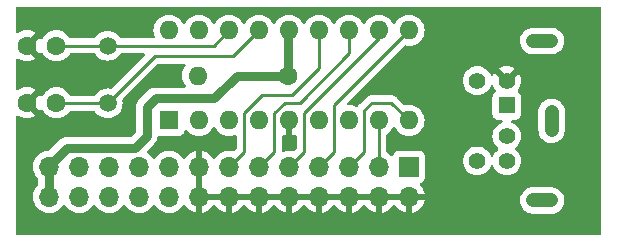
<source format=gbr>
%TF.GenerationSoftware,KiCad,Pcbnew,(6.0.11)*%
%TF.CreationDate,2023-03-06T21:30:59-06:00*%
%TF.ProjectId,ps2-to-parallel-keyboard-adapter,7073322d-746f-42d7-9061-72616c6c656c,rev?*%
%TF.SameCoordinates,Original*%
%TF.FileFunction,Copper,L1,Top*%
%TF.FilePolarity,Positive*%
%FSLAX46Y46*%
G04 Gerber Fmt 4.6, Leading zero omitted, Abs format (unit mm)*
G04 Created by KiCad (PCBNEW (6.0.11)) date 2023-03-06 21:30:59*
%MOMM*%
%LPD*%
G01*
G04 APERTURE LIST*
%TA.AperFunction,ComponentPad*%
%ADD10C,1.600000*%
%TD*%
%TA.AperFunction,ComponentPad*%
%ADD11O,1.600000X1.600000*%
%TD*%
%TA.AperFunction,ComponentPad*%
%ADD12R,1.600000X1.600000*%
%TD*%
%TA.AperFunction,ComponentPad*%
%ADD13C,1.500000*%
%TD*%
%TA.AperFunction,ComponentPad*%
%ADD14R,1.408000X1.408000*%
%TD*%
%TA.AperFunction,ComponentPad*%
%ADD15C,1.408000*%
%TD*%
%TA.AperFunction,ComponentPad*%
%ADD16O,1.230000X2.730000*%
%TD*%
%TA.AperFunction,ComponentPad*%
%ADD17O,2.730000X1.230000*%
%TD*%
%TA.AperFunction,ComponentPad*%
%ADD18R,1.700000X1.700000*%
%TD*%
%TA.AperFunction,ComponentPad*%
%ADD19O,1.700000X1.700000*%
%TD*%
%TA.AperFunction,Conductor*%
%ADD20C,0.250000*%
%TD*%
%TA.AperFunction,Conductor*%
%ADD21C,0.800000*%
%TD*%
G04 APERTURE END LIST*
D10*
%TO.P,R1,1*%
%TO.N,+5V*%
X165608000Y-100310000D03*
D11*
%TO.P,R1,2*%
%TO.N,Net-(R1-Pad2)*%
X157988000Y-100310000D03*
%TD*%
D10*
%TO.P,C1,1*%
%TO.N,GND*%
X143530000Y-97790000D03*
%TO.P,C1,2*%
%TO.N,Net-(C1-Pad2)*%
X146030000Y-97790000D03*
%TD*%
D12*
%TO.P,U1,1,RA2*%
%TO.N,unconnected-(U1-Pad1)*%
X155560000Y-104110000D03*
D11*
%TO.P,U1,2,RA3*%
%TO.N,unconnected-(U1-Pad2)*%
X158100000Y-104110000D03*
%TO.P,U1,3,TOCKI/RA4*%
%TO.N,/PS{slash}2 Data In*%
X160640000Y-104110000D03*
%TO.P,U1,4,~{MCLR}*%
%TO.N,Net-(R1-Pad2)*%
X163180000Y-104110000D03*
%TO.P,U1,5,VSS*%
%TO.N,GND*%
X165720000Y-104110000D03*
%TO.P,U1,6,INT/RB0*%
%TO.N,/PS{slash}2 Clock In*%
X168260000Y-104110000D03*
%TO.P,U1,7,RB1*%
%TO.N,/BIT1*%
X170800000Y-104110000D03*
%TO.P,U1,8,RB2*%
%TO.N,/BIT2*%
X173340000Y-104110000D03*
%TO.P,U1,9,RB3*%
%TO.N,/BIT3*%
X175880000Y-104110000D03*
%TO.P,U1,10,RB4*%
%TO.N,/BIT4*%
X175880000Y-96490000D03*
%TO.P,U1,11,RB5*%
%TO.N,/BIT5*%
X173340000Y-96490000D03*
%TO.P,U1,12,RB6*%
%TO.N,/BIT6*%
X170800000Y-96490000D03*
%TO.P,U1,13,RB7*%
%TO.N,/BIT7*%
X168260000Y-96490000D03*
%TO.P,U1,14,VDD*%
%TO.N,+5V*%
X165720000Y-96490000D03*
%TO.P,U1,15,OSC2/CLKOUT*%
%TO.N,Net-(C2-Pad2)*%
X163180000Y-96490000D03*
%TO.P,U1,16,OSC1/CLKIN*%
%TO.N,Net-(C1-Pad2)*%
X160640000Y-96490000D03*
%TO.P,U1,17,RA0*%
%TO.N,unconnected-(U1-Pad17)*%
X158100000Y-96490000D03*
%TO.P,U1,18,RA1*%
%TO.N,/{slash}STROBE*%
X155560000Y-96490000D03*
%TD*%
D13*
%TO.P,Y1,1,1*%
%TO.N,Net-(C1-Pad2)*%
X150368000Y-97790000D03*
%TO.P,Y1,2,2*%
%TO.N,Net-(C2-Pad2)*%
X150368000Y-102670000D03*
%TD*%
D14*
%TO.P,J1,1*%
%TO.N,/PS{slash}2 Data In*%
X184160000Y-102840000D03*
D15*
%TO.P,J1,2*%
%TO.N,unconnected-(J1-Pad2)*%
X184160000Y-105440000D03*
%TO.P,J1,3*%
%TO.N,GND*%
X184160000Y-100740000D03*
%TO.P,J1,4*%
%TO.N,+5V*%
X184160000Y-107540000D03*
%TO.P,J1,5*%
%TO.N,/PS{slash}2 Clock In*%
X181660000Y-100740000D03*
%TO.P,J1,6*%
%TO.N,unconnected-(J1-Pad6)*%
X181660000Y-107540000D03*
D16*
%TO.P,J1,S1*%
%TO.N,N/C*%
X187960000Y-104140000D03*
D17*
%TO.P,J1,S2*%
X187160000Y-110890000D03*
%TO.P,J1,S3*%
X187160000Y-97390000D03*
%TD*%
D10*
%TO.P,C2,1*%
%TO.N,GND*%
X143530000Y-102616000D03*
%TO.P,C2,2*%
%TO.N,Net-(C2-Pad2)*%
X146030000Y-102616000D03*
%TD*%
D18*
%TO.P,J2,1,Pin_1*%
%TO.N,/BIT1*%
X175880000Y-108040000D03*
D19*
%TO.P,J2,2,Pin_2*%
%TO.N,GND*%
X175880000Y-110580000D03*
%TO.P,J2,3,Pin_3*%
%TO.N,/BIT2*%
X173340000Y-108040000D03*
%TO.P,J2,4,Pin_4*%
%TO.N,GND*%
X173340000Y-110580000D03*
%TO.P,J2,5,Pin_5*%
%TO.N,/BIT3*%
X170800000Y-108040000D03*
%TO.P,J2,6,Pin_6*%
%TO.N,GND*%
X170800000Y-110580000D03*
%TO.P,J2,7,Pin_7*%
%TO.N,/BIT4*%
X168260000Y-108040000D03*
%TO.P,J2,8,Pin_8*%
%TO.N,GND*%
X168260000Y-110580000D03*
%TO.P,J2,9,Pin_9*%
%TO.N,/BIT5*%
X165720000Y-108040000D03*
%TO.P,J2,10,Pin_10*%
%TO.N,GND*%
X165720000Y-110580000D03*
%TO.P,J2,11,Pin_11*%
%TO.N,/BIT6*%
X163180000Y-108040000D03*
%TO.P,J2,12,Pin_12*%
%TO.N,GND*%
X163180000Y-110580000D03*
%TO.P,J2,13,Pin_13*%
%TO.N,/BIT7*%
X160640000Y-108040000D03*
%TO.P,J2,14,Pin_14*%
%TO.N,GND*%
X160640000Y-110580000D03*
%TO.P,J2,15,Pin_15*%
X158100000Y-108040000D03*
%TO.P,J2,16,Pin_16*%
X158100000Y-110580000D03*
%TO.P,J2,17,Pin_17*%
%TO.N,/{slash}STROBE*%
X155560000Y-108040000D03*
%TO.P,J2,18,Pin_18*%
%TO.N,unconnected-(J2-Pad18)*%
X155560000Y-110580000D03*
%TO.P,J2,19,Pin_19*%
%TO.N,unconnected-(J2-Pad19)*%
X153020000Y-108040000D03*
%TO.P,J2,20,Pin_20*%
%TO.N,unconnected-(J2-Pad20)*%
X153020000Y-110580000D03*
%TO.P,J2,21,Pin_21*%
%TO.N,unconnected-(J2-Pad21)*%
X150480000Y-108040000D03*
%TO.P,J2,22,Pin_22*%
%TO.N,unconnected-(J2-Pad22)*%
X150480000Y-110580000D03*
%TO.P,J2,23,Pin_23*%
%TO.N,unconnected-(J2-Pad23)*%
X147940000Y-108040000D03*
%TO.P,J2,24,Pin_24*%
%TO.N,unconnected-(J2-Pad24)*%
X147940000Y-110580000D03*
%TO.P,J2,25,Pin_25*%
%TO.N,+5V*%
X145400000Y-108040000D03*
%TO.P,J2,26,Pin_26*%
X145400000Y-110580000D03*
%TD*%
D20*
%TO.N,Net-(C1-Pad2)*%
X159340000Y-97790000D02*
X150368000Y-97790000D01*
X150368000Y-97790000D02*
X146030000Y-97790000D01*
X160640000Y-96490000D02*
X159340000Y-97790000D01*
%TO.N,Net-(C2-Pad2)*%
X150368000Y-102670000D02*
X146084000Y-102670000D01*
X160991000Y-98679000D02*
X154359000Y-98679000D01*
X163180000Y-96490000D02*
X160991000Y-98679000D01*
X146084000Y-102670000D02*
X146030000Y-102616000D01*
X154359000Y-98679000D02*
X150368000Y-102670000D01*
D21*
%TO.N,+5V*%
X159385000Y-102235000D02*
X154435000Y-102235000D01*
X152654000Y-106426000D02*
X146913000Y-106426000D01*
X146913000Y-106426000D02*
X145400000Y-107939000D01*
X153670000Y-103000000D02*
X153670000Y-105410000D01*
X145400000Y-108040000D02*
X145400000Y-110580000D01*
X161310000Y-100310000D02*
X159385000Y-102235000D01*
X145400000Y-107939000D02*
X145400000Y-108040000D01*
X154435000Y-102235000D02*
X153670000Y-103000000D01*
X165608000Y-100310000D02*
X161310000Y-100310000D01*
X165608000Y-96602000D02*
X165720000Y-96490000D01*
X153670000Y-105410000D02*
X152654000Y-106426000D01*
X165608000Y-100310000D02*
X165608000Y-96602000D01*
D20*
%TO.N,/BIT2*%
X173340000Y-104110000D02*
X173340000Y-108040000D01*
%TO.N,/BIT3*%
X175880000Y-104110000D02*
X174386000Y-102616000D01*
X172720000Y-102616000D02*
X172085000Y-103251000D01*
X174386000Y-102616000D02*
X172720000Y-102616000D01*
X172085000Y-103251000D02*
X172085000Y-106755000D01*
X172085000Y-106755000D02*
X170800000Y-108040000D01*
%TO.N,/BIT4*%
X168260000Y-108040000D02*
X169545000Y-106755000D01*
X169545000Y-102825000D02*
X175880000Y-96490000D01*
X169545000Y-106755000D02*
X169545000Y-102825000D01*
%TO.N,/BIT5*%
X173340000Y-97170000D02*
X173340000Y-96490000D01*
X165720000Y-108040000D02*
X167005000Y-106755000D01*
X167005000Y-106755000D02*
X167005000Y-103505000D01*
X167005000Y-103505000D02*
X173340000Y-97170000D01*
%TO.N,/BIT6*%
X163180000Y-108040000D02*
X164465000Y-106755000D01*
X165354000Y-102616000D02*
X166624000Y-102616000D01*
X166624000Y-102616000D02*
X170815000Y-98425000D01*
X170815000Y-98425000D02*
X170800000Y-98410000D01*
X164465000Y-106755000D02*
X164465000Y-103505000D01*
X164465000Y-103505000D02*
X165354000Y-102616000D01*
X170800000Y-98410000D02*
X170800000Y-96490000D01*
%TO.N,/BIT7*%
X165989000Y-101981000D02*
X168260000Y-99710000D01*
X163449000Y-101981000D02*
X165989000Y-101981000D01*
X161925000Y-103505000D02*
X163449000Y-101981000D01*
X161925000Y-106755000D02*
X161925000Y-103505000D01*
X160640000Y-108040000D02*
X161925000Y-106755000D01*
X168260000Y-99710000D02*
X168260000Y-96490000D01*
%TD*%
%TA.AperFunction,Conductor*%
%TO.N,GND*%
G36*
X192118021Y-94508502D02*
G01*
X192164514Y-94562158D01*
X192175900Y-94614500D01*
X192175900Y-113665500D01*
X192155898Y-113733621D01*
X192102242Y-113780114D01*
X192049900Y-113791500D01*
X142747500Y-113791500D01*
X142679379Y-113771498D01*
X142632886Y-113717842D01*
X142621500Y-113665500D01*
X142621500Y-103818678D01*
X142641502Y-103750557D01*
X142695158Y-103704064D01*
X142765432Y-103693960D01*
X142819771Y-103715465D01*
X142868994Y-103749931D01*
X142878489Y-103755414D01*
X143075947Y-103847490D01*
X143086239Y-103851236D01*
X143296688Y-103907625D01*
X143307481Y-103909528D01*
X143524525Y-103928517D01*
X143535475Y-103928517D01*
X143752519Y-103909528D01*
X143763312Y-103907625D01*
X143973761Y-103851236D01*
X143984053Y-103847490D01*
X144181511Y-103755414D01*
X144191006Y-103749931D01*
X144243048Y-103713491D01*
X144251424Y-103703012D01*
X144244356Y-103689566D01*
X143259885Y-102705095D01*
X143225859Y-102642783D01*
X143227694Y-102617132D01*
X143894408Y-102617132D01*
X143894539Y-102618965D01*
X143898790Y-102625580D01*
X144604287Y-103331077D01*
X144616062Y-103337507D01*
X144628077Y-103328211D01*
X144663934Y-103277002D01*
X144670591Y-103265472D01*
X144721973Y-103216479D01*
X144791687Y-103203042D01*
X144857598Y-103229429D01*
X144888829Y-103265472D01*
X144890153Y-103267765D01*
X144892477Y-103272749D01*
X144937821Y-103337507D01*
X145015710Y-103448743D01*
X145023802Y-103460300D01*
X145185700Y-103622198D01*
X145190208Y-103625355D01*
X145190211Y-103625357D01*
X145231569Y-103654316D01*
X145373251Y-103753523D01*
X145378233Y-103755846D01*
X145378238Y-103755849D01*
X145512977Y-103818678D01*
X145580757Y-103850284D01*
X145586065Y-103851706D01*
X145586067Y-103851707D01*
X145796598Y-103908119D01*
X145796600Y-103908119D01*
X145801913Y-103909543D01*
X146030000Y-103929498D01*
X146258087Y-103909543D01*
X146263400Y-103908119D01*
X146263402Y-103908119D01*
X146473933Y-103851707D01*
X146473935Y-103851706D01*
X146479243Y-103850284D01*
X146547023Y-103818678D01*
X146681762Y-103755849D01*
X146681767Y-103755846D01*
X146686749Y-103753523D01*
X146828431Y-103654316D01*
X146869789Y-103625357D01*
X146869792Y-103625355D01*
X146874300Y-103622198D01*
X147036198Y-103460300D01*
X147044291Y-103448743D01*
X147108369Y-103357229D01*
X147163826Y-103312901D01*
X147211582Y-103303500D01*
X149209646Y-103303500D01*
X149277767Y-103323502D01*
X149312859Y-103357229D01*
X149387759Y-103464197D01*
X149400251Y-103482038D01*
X149555962Y-103637749D01*
X149560471Y-103640906D01*
X149560473Y-103640908D01*
X149596404Y-103666067D01*
X149736346Y-103764056D01*
X149935924Y-103857120D01*
X150148629Y-103914115D01*
X150368000Y-103933307D01*
X150587371Y-103914115D01*
X150800076Y-103857120D01*
X150999654Y-103764056D01*
X151139596Y-103666067D01*
X151175527Y-103640908D01*
X151175529Y-103640906D01*
X151180038Y-103637749D01*
X151335749Y-103482038D01*
X151348242Y-103464197D01*
X151458899Y-103306162D01*
X151458900Y-103306160D01*
X151462056Y-103301653D01*
X151464379Y-103296671D01*
X151464382Y-103296666D01*
X151535723Y-103143673D01*
X151555120Y-103102076D01*
X151612115Y-102889371D01*
X151631307Y-102670000D01*
X151612115Y-102450629D01*
X151610692Y-102445319D01*
X151610691Y-102445312D01*
X151603716Y-102419281D01*
X151605406Y-102348304D01*
X151636328Y-102297576D01*
X154584499Y-99349405D01*
X154646811Y-99315379D01*
X154673594Y-99312500D01*
X156847030Y-99312500D01*
X156915151Y-99332502D01*
X156961644Y-99386158D01*
X156971748Y-99456432D01*
X156950243Y-99510771D01*
X156850477Y-99653251D01*
X156848154Y-99658233D01*
X156848151Y-99658238D01*
X156776675Y-99811520D01*
X156753716Y-99860757D01*
X156752294Y-99866065D01*
X156752293Y-99866067D01*
X156695881Y-100076598D01*
X156694457Y-100081913D01*
X156674502Y-100310000D01*
X156694457Y-100538087D01*
X156753716Y-100759243D01*
X156756039Y-100764224D01*
X156756039Y-100764225D01*
X156848151Y-100961762D01*
X156848154Y-100961767D01*
X156850477Y-100966749D01*
X156957366Y-101119402D01*
X156963547Y-101128229D01*
X156986235Y-101195503D01*
X156968950Y-101264363D01*
X156917180Y-101312948D01*
X156860334Y-101326500D01*
X154516416Y-101326500D01*
X154496707Y-101324949D01*
X154482809Y-101322748D01*
X154476222Y-101323093D01*
X154476217Y-101323093D01*
X154414519Y-101326327D01*
X154407925Y-101326500D01*
X154387390Y-101326500D01*
X154381222Y-101327148D01*
X154366960Y-101328647D01*
X154360385Y-101329164D01*
X154298696Y-101332397D01*
X154298695Y-101332397D01*
X154292096Y-101332743D01*
X154278508Y-101336384D01*
X154259061Y-101339988D01*
X154251644Y-101340767D01*
X154251640Y-101340768D01*
X154245072Y-101341458D01*
X154191871Y-101358744D01*
X154180009Y-101362598D01*
X154173685Y-101364471D01*
X154114010Y-101380461D01*
X154114006Y-101380462D01*
X154107630Y-101382171D01*
X154101748Y-101385168D01*
X154095093Y-101388559D01*
X154076826Y-101396125D01*
X154069728Y-101398431D01*
X154069726Y-101398432D01*
X154063444Y-101400473D01*
X154057722Y-101403776D01*
X154057721Y-101403777D01*
X154051841Y-101407172D01*
X154020259Y-101425406D01*
X154004218Y-101434667D01*
X153998423Y-101437814D01*
X153937470Y-101468871D01*
X153932342Y-101473024D01*
X153932340Y-101473025D01*
X153926534Y-101477727D01*
X153910237Y-101488927D01*
X153903776Y-101492657D01*
X153903772Y-101492660D01*
X153898056Y-101495960D01*
X153893150Y-101500377D01*
X153893145Y-101500381D01*
X153847231Y-101541722D01*
X153842216Y-101546006D01*
X153837787Y-101549593D01*
X153826259Y-101558928D01*
X153811744Y-101573443D01*
X153806959Y-101577984D01*
X153756134Y-101623747D01*
X153752255Y-101629086D01*
X153752254Y-101629087D01*
X153747860Y-101635135D01*
X153735019Y-101650168D01*
X153085168Y-102300019D01*
X153070135Y-102312860D01*
X153058747Y-102321134D01*
X153054327Y-102326043D01*
X153012984Y-102371959D01*
X153008443Y-102376744D01*
X152993928Y-102391259D01*
X152991852Y-102393823D01*
X152981006Y-102407216D01*
X152976722Y-102412231D01*
X152935381Y-102458145D01*
X152935377Y-102458150D01*
X152930960Y-102463056D01*
X152927660Y-102468772D01*
X152927657Y-102468776D01*
X152923927Y-102475237D01*
X152912727Y-102491533D01*
X152903871Y-102502470D01*
X152881697Y-102545989D01*
X152872815Y-102563421D01*
X152869667Y-102569218D01*
X152840830Y-102619166D01*
X152835473Y-102628444D01*
X152833432Y-102634726D01*
X152833431Y-102634728D01*
X152831125Y-102641826D01*
X152823560Y-102660092D01*
X152817171Y-102672630D01*
X152815463Y-102679003D01*
X152815463Y-102679004D01*
X152799469Y-102738695D01*
X152797600Y-102745003D01*
X152776458Y-102810072D01*
X152775768Y-102816637D01*
X152775766Y-102816646D01*
X152774985Y-102824075D01*
X152771383Y-102843509D01*
X152769453Y-102850714D01*
X152767743Y-102857097D01*
X152767398Y-102863688D01*
X152767397Y-102863692D01*
X152764164Y-102925384D01*
X152763647Y-102931958D01*
X152762707Y-102940906D01*
X152761500Y-102952390D01*
X152761500Y-102972926D01*
X152761327Y-102979520D01*
X152758489Y-103033679D01*
X152757748Y-103047810D01*
X152758780Y-103054325D01*
X152759949Y-103061705D01*
X152761500Y-103081417D01*
X152761500Y-104981497D01*
X152741498Y-105049618D01*
X152724595Y-105070592D01*
X152314592Y-105480595D01*
X152252280Y-105514621D01*
X152225497Y-105517500D01*
X146994417Y-105517500D01*
X146974708Y-105515949D01*
X146960810Y-105513748D01*
X146954223Y-105514093D01*
X146954218Y-105514093D01*
X146892519Y-105517327D01*
X146885925Y-105517500D01*
X146865390Y-105517500D01*
X146859222Y-105518148D01*
X146844960Y-105519647D01*
X146838385Y-105520164D01*
X146776696Y-105523397D01*
X146776695Y-105523397D01*
X146770096Y-105523743D01*
X146756508Y-105527384D01*
X146737061Y-105530988D01*
X146729644Y-105531767D01*
X146729640Y-105531768D01*
X146723072Y-105532458D01*
X146680446Y-105546308D01*
X146658009Y-105553598D01*
X146651685Y-105555471D01*
X146592010Y-105571461D01*
X146592006Y-105571462D01*
X146585630Y-105573171D01*
X146579748Y-105576168D01*
X146573093Y-105579559D01*
X146554826Y-105587125D01*
X146547728Y-105589431D01*
X146547726Y-105589432D01*
X146541444Y-105591473D01*
X146535722Y-105594776D01*
X146535721Y-105594777D01*
X146482218Y-105625667D01*
X146476423Y-105628814D01*
X146415470Y-105659871D01*
X146410342Y-105664024D01*
X146410340Y-105664025D01*
X146404534Y-105668727D01*
X146388237Y-105679927D01*
X146381776Y-105683657D01*
X146381772Y-105683660D01*
X146376056Y-105686960D01*
X146371150Y-105691377D01*
X146371145Y-105691381D01*
X146325231Y-105732722D01*
X146320216Y-105737006D01*
X146319767Y-105737370D01*
X146304259Y-105749928D01*
X146289744Y-105764443D01*
X146284959Y-105768984D01*
X146234134Y-105814747D01*
X146230255Y-105820086D01*
X146230254Y-105820087D01*
X146225860Y-105826135D01*
X146213019Y-105841168D01*
X145410732Y-106643455D01*
X145348420Y-106677481D01*
X145320099Y-106680351D01*
X145311831Y-106680250D01*
X145310078Y-106680228D01*
X145310077Y-106680228D01*
X145304911Y-106680165D01*
X145084091Y-106713955D01*
X144871756Y-106783357D01*
X144830465Y-106804852D01*
X144697975Y-106873822D01*
X144673607Y-106886507D01*
X144669474Y-106889610D01*
X144669471Y-106889612D01*
X144499100Y-107017530D01*
X144494965Y-107020635D01*
X144469541Y-107047240D01*
X144401280Y-107118671D01*
X144340629Y-107182138D01*
X144214743Y-107366680D01*
X144120688Y-107569305D01*
X144060989Y-107784570D01*
X144037251Y-108006695D01*
X144037548Y-108011848D01*
X144037548Y-108011851D01*
X144045431Y-108148566D01*
X144050110Y-108229715D01*
X144051247Y-108234761D01*
X144051248Y-108234767D01*
X144069971Y-108317846D01*
X144099222Y-108447639D01*
X144183266Y-108654616D01*
X144220685Y-108715678D01*
X144297291Y-108840688D01*
X144299987Y-108845088D01*
X144303367Y-108848990D01*
X144442866Y-109010032D01*
X144442869Y-109010035D01*
X144446250Y-109013938D01*
X144450224Y-109017237D01*
X144453658Y-109020600D01*
X144488334Y-109082553D01*
X144491500Y-109110623D01*
X144491500Y-109513737D01*
X144471498Y-109581858D01*
X144456594Y-109600788D01*
X144340629Y-109722138D01*
X144337720Y-109726403D01*
X144337714Y-109726411D01*
X144325409Y-109744450D01*
X144214743Y-109906680D01*
X144120688Y-110109305D01*
X144060989Y-110324570D01*
X144037251Y-110546695D01*
X144050110Y-110769715D01*
X144051247Y-110774761D01*
X144051248Y-110774767D01*
X144067651Y-110847548D01*
X144099222Y-110987639D01*
X144183266Y-111194616D01*
X144221764Y-111257439D01*
X144297291Y-111380688D01*
X144299987Y-111385088D01*
X144446250Y-111553938D01*
X144618126Y-111696632D01*
X144811000Y-111809338D01*
X145019692Y-111889030D01*
X145024760Y-111890061D01*
X145024763Y-111890062D01*
X145119862Y-111909410D01*
X145238597Y-111933567D01*
X145243772Y-111933757D01*
X145243774Y-111933757D01*
X145456673Y-111941564D01*
X145456677Y-111941564D01*
X145461837Y-111941753D01*
X145466957Y-111941097D01*
X145466959Y-111941097D01*
X145678288Y-111914025D01*
X145678289Y-111914025D01*
X145683416Y-111913368D01*
X145688366Y-111911883D01*
X145892429Y-111850661D01*
X145892434Y-111850659D01*
X145897384Y-111849174D01*
X146097994Y-111750896D01*
X146279860Y-111621173D01*
X146438096Y-111463489D01*
X146497594Y-111380689D01*
X146568453Y-111282077D01*
X146569776Y-111283028D01*
X146616645Y-111239857D01*
X146686580Y-111227625D01*
X146752026Y-111255144D01*
X146779875Y-111286994D01*
X146839987Y-111385088D01*
X146986250Y-111553938D01*
X147158126Y-111696632D01*
X147351000Y-111809338D01*
X147559692Y-111889030D01*
X147564760Y-111890061D01*
X147564763Y-111890062D01*
X147659862Y-111909410D01*
X147778597Y-111933567D01*
X147783772Y-111933757D01*
X147783774Y-111933757D01*
X147996673Y-111941564D01*
X147996677Y-111941564D01*
X148001837Y-111941753D01*
X148006957Y-111941097D01*
X148006959Y-111941097D01*
X148218288Y-111914025D01*
X148218289Y-111914025D01*
X148223416Y-111913368D01*
X148228366Y-111911883D01*
X148432429Y-111850661D01*
X148432434Y-111850659D01*
X148437384Y-111849174D01*
X148637994Y-111750896D01*
X148819860Y-111621173D01*
X148978096Y-111463489D01*
X149037594Y-111380689D01*
X149108453Y-111282077D01*
X149109776Y-111283028D01*
X149156645Y-111239857D01*
X149226580Y-111227625D01*
X149292026Y-111255144D01*
X149319875Y-111286994D01*
X149379987Y-111385088D01*
X149526250Y-111553938D01*
X149698126Y-111696632D01*
X149891000Y-111809338D01*
X150099692Y-111889030D01*
X150104760Y-111890061D01*
X150104763Y-111890062D01*
X150199862Y-111909410D01*
X150318597Y-111933567D01*
X150323772Y-111933757D01*
X150323774Y-111933757D01*
X150536673Y-111941564D01*
X150536677Y-111941564D01*
X150541837Y-111941753D01*
X150546957Y-111941097D01*
X150546959Y-111941097D01*
X150758288Y-111914025D01*
X150758289Y-111914025D01*
X150763416Y-111913368D01*
X150768366Y-111911883D01*
X150972429Y-111850661D01*
X150972434Y-111850659D01*
X150977384Y-111849174D01*
X151177994Y-111750896D01*
X151359860Y-111621173D01*
X151518096Y-111463489D01*
X151577594Y-111380689D01*
X151648453Y-111282077D01*
X151649776Y-111283028D01*
X151696645Y-111239857D01*
X151766580Y-111227625D01*
X151832026Y-111255144D01*
X151859875Y-111286994D01*
X151919987Y-111385088D01*
X152066250Y-111553938D01*
X152238126Y-111696632D01*
X152431000Y-111809338D01*
X152639692Y-111889030D01*
X152644760Y-111890061D01*
X152644763Y-111890062D01*
X152739862Y-111909410D01*
X152858597Y-111933567D01*
X152863772Y-111933757D01*
X152863774Y-111933757D01*
X153076673Y-111941564D01*
X153076677Y-111941564D01*
X153081837Y-111941753D01*
X153086957Y-111941097D01*
X153086959Y-111941097D01*
X153298288Y-111914025D01*
X153298289Y-111914025D01*
X153303416Y-111913368D01*
X153308366Y-111911883D01*
X153512429Y-111850661D01*
X153512434Y-111850659D01*
X153517384Y-111849174D01*
X153717994Y-111750896D01*
X153899860Y-111621173D01*
X154058096Y-111463489D01*
X154117594Y-111380689D01*
X154188453Y-111282077D01*
X154189776Y-111283028D01*
X154236645Y-111239857D01*
X154306580Y-111227625D01*
X154372026Y-111255144D01*
X154399875Y-111286994D01*
X154459987Y-111385088D01*
X154606250Y-111553938D01*
X154778126Y-111696632D01*
X154971000Y-111809338D01*
X155179692Y-111889030D01*
X155184760Y-111890061D01*
X155184763Y-111890062D01*
X155279862Y-111909410D01*
X155398597Y-111933567D01*
X155403772Y-111933757D01*
X155403774Y-111933757D01*
X155616673Y-111941564D01*
X155616677Y-111941564D01*
X155621837Y-111941753D01*
X155626957Y-111941097D01*
X155626959Y-111941097D01*
X155838288Y-111914025D01*
X155838289Y-111914025D01*
X155843416Y-111913368D01*
X155848366Y-111911883D01*
X156052429Y-111850661D01*
X156052434Y-111850659D01*
X156057384Y-111849174D01*
X156257994Y-111750896D01*
X156439860Y-111621173D01*
X156598096Y-111463489D01*
X156657594Y-111380689D01*
X156728453Y-111282077D01*
X156729640Y-111282930D01*
X156776960Y-111239362D01*
X156846897Y-111227145D01*
X156912338Y-111254678D01*
X156940166Y-111286511D01*
X156997694Y-111380388D01*
X157003777Y-111388699D01*
X157143213Y-111549667D01*
X157150580Y-111556883D01*
X157314434Y-111692916D01*
X157322881Y-111698831D01*
X157506756Y-111806279D01*
X157516042Y-111810729D01*
X157715001Y-111886703D01*
X157724899Y-111889579D01*
X157828250Y-111910606D01*
X157842299Y-111909410D01*
X157846000Y-111899065D01*
X157846000Y-111898517D01*
X158354000Y-111898517D01*
X158358064Y-111912359D01*
X158371478Y-111914393D01*
X158378184Y-111913534D01*
X158388262Y-111911392D01*
X158592255Y-111850191D01*
X158601842Y-111846433D01*
X158793095Y-111752739D01*
X158801945Y-111747464D01*
X158975328Y-111623792D01*
X158983200Y-111617139D01*
X159134052Y-111466812D01*
X159140730Y-111458965D01*
X159268022Y-111281819D01*
X159269147Y-111282627D01*
X159316669Y-111238876D01*
X159386607Y-111226661D01*
X159452046Y-111254197D01*
X159479870Y-111286028D01*
X159537690Y-111380383D01*
X159543777Y-111388699D01*
X159683213Y-111549667D01*
X159690580Y-111556883D01*
X159854434Y-111692916D01*
X159862881Y-111698831D01*
X160046756Y-111806279D01*
X160056042Y-111810729D01*
X160255001Y-111886703D01*
X160264899Y-111889579D01*
X160368250Y-111910606D01*
X160382299Y-111909410D01*
X160386000Y-111899065D01*
X160386000Y-111898517D01*
X160894000Y-111898517D01*
X160898064Y-111912359D01*
X160911478Y-111914393D01*
X160918184Y-111913534D01*
X160928262Y-111911392D01*
X161132255Y-111850191D01*
X161141842Y-111846433D01*
X161333095Y-111752739D01*
X161341945Y-111747464D01*
X161515328Y-111623792D01*
X161523200Y-111617139D01*
X161674052Y-111466812D01*
X161680730Y-111458965D01*
X161808022Y-111281819D01*
X161809147Y-111282627D01*
X161856669Y-111238876D01*
X161926607Y-111226661D01*
X161992046Y-111254197D01*
X162019870Y-111286028D01*
X162077690Y-111380383D01*
X162083777Y-111388699D01*
X162223213Y-111549667D01*
X162230580Y-111556883D01*
X162394434Y-111692916D01*
X162402881Y-111698831D01*
X162586756Y-111806279D01*
X162596042Y-111810729D01*
X162795001Y-111886703D01*
X162804899Y-111889579D01*
X162908250Y-111910606D01*
X162922299Y-111909410D01*
X162926000Y-111899065D01*
X162926000Y-111898517D01*
X163434000Y-111898517D01*
X163438064Y-111912359D01*
X163451478Y-111914393D01*
X163458184Y-111913534D01*
X163468262Y-111911392D01*
X163672255Y-111850191D01*
X163681842Y-111846433D01*
X163873095Y-111752739D01*
X163881945Y-111747464D01*
X164055328Y-111623792D01*
X164063200Y-111617139D01*
X164214052Y-111466812D01*
X164220730Y-111458965D01*
X164348022Y-111281819D01*
X164349147Y-111282627D01*
X164396669Y-111238876D01*
X164466607Y-111226661D01*
X164532046Y-111254197D01*
X164559870Y-111286028D01*
X164617690Y-111380383D01*
X164623777Y-111388699D01*
X164763213Y-111549667D01*
X164770580Y-111556883D01*
X164934434Y-111692916D01*
X164942881Y-111698831D01*
X165126756Y-111806279D01*
X165136042Y-111810729D01*
X165335001Y-111886703D01*
X165344899Y-111889579D01*
X165448250Y-111910606D01*
X165462299Y-111909410D01*
X165466000Y-111899065D01*
X165466000Y-111898517D01*
X165974000Y-111898517D01*
X165978064Y-111912359D01*
X165991478Y-111914393D01*
X165998184Y-111913534D01*
X166008262Y-111911392D01*
X166212255Y-111850191D01*
X166221842Y-111846433D01*
X166413095Y-111752739D01*
X166421945Y-111747464D01*
X166595328Y-111623792D01*
X166603200Y-111617139D01*
X166754052Y-111466812D01*
X166760730Y-111458965D01*
X166888022Y-111281819D01*
X166889147Y-111282627D01*
X166936669Y-111238876D01*
X167006607Y-111226661D01*
X167072046Y-111254197D01*
X167099870Y-111286028D01*
X167157690Y-111380383D01*
X167163777Y-111388699D01*
X167303213Y-111549667D01*
X167310580Y-111556883D01*
X167474434Y-111692916D01*
X167482881Y-111698831D01*
X167666756Y-111806279D01*
X167676042Y-111810729D01*
X167875001Y-111886703D01*
X167884899Y-111889579D01*
X167988250Y-111910606D01*
X168002299Y-111909410D01*
X168006000Y-111899065D01*
X168006000Y-111898517D01*
X168514000Y-111898517D01*
X168518064Y-111912359D01*
X168531478Y-111914393D01*
X168538184Y-111913534D01*
X168548262Y-111911392D01*
X168752255Y-111850191D01*
X168761842Y-111846433D01*
X168953095Y-111752739D01*
X168961945Y-111747464D01*
X169135328Y-111623792D01*
X169143200Y-111617139D01*
X169294052Y-111466812D01*
X169300730Y-111458965D01*
X169428022Y-111281819D01*
X169429147Y-111282627D01*
X169476669Y-111238876D01*
X169546607Y-111226661D01*
X169612046Y-111254197D01*
X169639870Y-111286028D01*
X169697690Y-111380383D01*
X169703777Y-111388699D01*
X169843213Y-111549667D01*
X169850580Y-111556883D01*
X170014434Y-111692916D01*
X170022881Y-111698831D01*
X170206756Y-111806279D01*
X170216042Y-111810729D01*
X170415001Y-111886703D01*
X170424899Y-111889579D01*
X170528250Y-111910606D01*
X170542299Y-111909410D01*
X170546000Y-111899065D01*
X170546000Y-111898517D01*
X171054000Y-111898517D01*
X171058064Y-111912359D01*
X171071478Y-111914393D01*
X171078184Y-111913534D01*
X171088262Y-111911392D01*
X171292255Y-111850191D01*
X171301842Y-111846433D01*
X171493095Y-111752739D01*
X171501945Y-111747464D01*
X171675328Y-111623792D01*
X171683200Y-111617139D01*
X171834052Y-111466812D01*
X171840730Y-111458965D01*
X171968022Y-111281819D01*
X171969147Y-111282627D01*
X172016669Y-111238876D01*
X172086607Y-111226661D01*
X172152046Y-111254197D01*
X172179870Y-111286028D01*
X172237690Y-111380383D01*
X172243777Y-111388699D01*
X172383213Y-111549667D01*
X172390580Y-111556883D01*
X172554434Y-111692916D01*
X172562881Y-111698831D01*
X172746756Y-111806279D01*
X172756042Y-111810729D01*
X172955001Y-111886703D01*
X172964899Y-111889579D01*
X173068250Y-111910606D01*
X173082299Y-111909410D01*
X173086000Y-111899065D01*
X173086000Y-111898517D01*
X173594000Y-111898517D01*
X173598064Y-111912359D01*
X173611478Y-111914393D01*
X173618184Y-111913534D01*
X173628262Y-111911392D01*
X173832255Y-111850191D01*
X173841842Y-111846433D01*
X174033095Y-111752739D01*
X174041945Y-111747464D01*
X174215328Y-111623792D01*
X174223200Y-111617139D01*
X174374052Y-111466812D01*
X174380730Y-111458965D01*
X174508022Y-111281819D01*
X174509147Y-111282627D01*
X174556669Y-111238876D01*
X174626607Y-111226661D01*
X174692046Y-111254197D01*
X174719870Y-111286028D01*
X174777690Y-111380383D01*
X174783777Y-111388699D01*
X174923213Y-111549667D01*
X174930580Y-111556883D01*
X175094434Y-111692916D01*
X175102881Y-111698831D01*
X175286756Y-111806279D01*
X175296042Y-111810729D01*
X175495001Y-111886703D01*
X175504899Y-111889579D01*
X175608250Y-111910606D01*
X175622299Y-111909410D01*
X175626000Y-111899065D01*
X175626000Y-111898517D01*
X176134000Y-111898517D01*
X176138064Y-111912359D01*
X176151478Y-111914393D01*
X176158184Y-111913534D01*
X176168262Y-111911392D01*
X176372255Y-111850191D01*
X176381842Y-111846433D01*
X176573095Y-111752739D01*
X176581945Y-111747464D01*
X176755328Y-111623792D01*
X176763200Y-111617139D01*
X176914052Y-111466812D01*
X176920730Y-111458965D01*
X177045003Y-111286020D01*
X177050313Y-111277183D01*
X177144670Y-111086267D01*
X177148469Y-111076672D01*
X177210377Y-110872910D01*
X177212555Y-110862837D01*
X177213986Y-110851962D01*
X177211775Y-110837778D01*
X177201640Y-110834868D01*
X185282737Y-110834868D01*
X185292649Y-111049023D01*
X185294053Y-111054848D01*
X185294053Y-111054849D01*
X185300551Y-111081811D01*
X185342878Y-111257439D01*
X185345356Y-111262889D01*
X185345357Y-111262892D01*
X185356096Y-111286511D01*
X185431612Y-111452598D01*
X185505840Y-111557240D01*
X185548606Y-111617529D01*
X185555648Y-111627457D01*
X185710511Y-111775706D01*
X185715546Y-111778957D01*
X185885577Y-111888745D01*
X185885580Y-111888746D01*
X185890614Y-111891997D01*
X185896177Y-111894239D01*
X185945272Y-111914025D01*
X186089457Y-111972134D01*
X186299867Y-112013224D01*
X186305511Y-112013500D01*
X187963558Y-112013500D01*
X188123415Y-111998248D01*
X188208513Y-111973283D01*
X188323376Y-111939586D01*
X188323378Y-111939585D01*
X188329129Y-111937898D01*
X188334463Y-111935151D01*
X188514390Y-111842483D01*
X188514393Y-111842481D01*
X188519721Y-111839737D01*
X188688312Y-111707308D01*
X188828819Y-111545387D01*
X188936173Y-111359819D01*
X189006500Y-111157298D01*
X189017445Y-111081811D01*
X189036402Y-110951072D01*
X189036402Y-110951069D01*
X189037263Y-110945132D01*
X189027351Y-110730977D01*
X188977122Y-110522561D01*
X188888388Y-110327402D01*
X188764352Y-110152543D01*
X188609489Y-110004294D01*
X188511176Y-109940814D01*
X188434423Y-109891255D01*
X188434420Y-109891254D01*
X188429386Y-109888003D01*
X188230543Y-109807866D01*
X188020133Y-109766776D01*
X188014489Y-109766500D01*
X186356442Y-109766500D01*
X186196585Y-109781752D01*
X186190831Y-109783440D01*
X185996624Y-109840414D01*
X185996622Y-109840415D01*
X185990871Y-109842102D01*
X185985539Y-109844848D01*
X185985537Y-109844849D01*
X185805610Y-109937517D01*
X185805607Y-109937519D01*
X185800279Y-109940263D01*
X185631688Y-110072692D01*
X185491181Y-110234613D01*
X185383827Y-110420181D01*
X185313500Y-110622702D01*
X185312639Y-110628637D01*
X185312639Y-110628639D01*
X185297801Y-110730977D01*
X185282737Y-110834868D01*
X177201640Y-110834868D01*
X177198617Y-110834000D01*
X176152115Y-110834000D01*
X176136876Y-110838475D01*
X176135671Y-110839865D01*
X176134000Y-110847548D01*
X176134000Y-111898517D01*
X175626000Y-111898517D01*
X175626000Y-110852115D01*
X175621525Y-110836876D01*
X175620135Y-110835671D01*
X175612452Y-110834000D01*
X173612115Y-110834000D01*
X173596876Y-110838475D01*
X173595671Y-110839865D01*
X173594000Y-110847548D01*
X173594000Y-111898517D01*
X173086000Y-111898517D01*
X173086000Y-110852115D01*
X173081525Y-110836876D01*
X173080135Y-110835671D01*
X173072452Y-110834000D01*
X171072115Y-110834000D01*
X171056876Y-110838475D01*
X171055671Y-110839865D01*
X171054000Y-110847548D01*
X171054000Y-111898517D01*
X170546000Y-111898517D01*
X170546000Y-110852115D01*
X170541525Y-110836876D01*
X170540135Y-110835671D01*
X170532452Y-110834000D01*
X168532115Y-110834000D01*
X168516876Y-110838475D01*
X168515671Y-110839865D01*
X168514000Y-110847548D01*
X168514000Y-111898517D01*
X168006000Y-111898517D01*
X168006000Y-110852115D01*
X168001525Y-110836876D01*
X168000135Y-110835671D01*
X167992452Y-110834000D01*
X165992115Y-110834000D01*
X165976876Y-110838475D01*
X165975671Y-110839865D01*
X165974000Y-110847548D01*
X165974000Y-111898517D01*
X165466000Y-111898517D01*
X165466000Y-110852115D01*
X165461525Y-110836876D01*
X165460135Y-110835671D01*
X165452452Y-110834000D01*
X163452115Y-110834000D01*
X163436876Y-110838475D01*
X163435671Y-110839865D01*
X163434000Y-110847548D01*
X163434000Y-111898517D01*
X162926000Y-111898517D01*
X162926000Y-110852115D01*
X162921525Y-110836876D01*
X162920135Y-110835671D01*
X162912452Y-110834000D01*
X160912115Y-110834000D01*
X160896876Y-110838475D01*
X160895671Y-110839865D01*
X160894000Y-110847548D01*
X160894000Y-111898517D01*
X160386000Y-111898517D01*
X160386000Y-110852115D01*
X160381525Y-110836876D01*
X160380135Y-110835671D01*
X160372452Y-110834000D01*
X158372115Y-110834000D01*
X158356876Y-110838475D01*
X158355671Y-110839865D01*
X158354000Y-110847548D01*
X158354000Y-111898517D01*
X157846000Y-111898517D01*
X157846000Y-106723102D01*
X157842082Y-106709758D01*
X157827806Y-106707771D01*
X157789324Y-106713660D01*
X157779288Y-106716051D01*
X157576868Y-106782212D01*
X157567359Y-106786209D01*
X157378463Y-106884542D01*
X157369738Y-106890036D01*
X157199433Y-107017905D01*
X157191726Y-107024748D01*
X157044590Y-107178717D01*
X157038109Y-107186722D01*
X156933498Y-107340074D01*
X156878587Y-107385076D01*
X156808062Y-107393247D01*
X156744315Y-107361993D01*
X156723618Y-107337509D01*
X156642822Y-107212617D01*
X156642820Y-107212614D01*
X156640014Y-107208277D01*
X156489670Y-107043051D01*
X156485619Y-107039852D01*
X156485615Y-107039848D01*
X156318414Y-106907800D01*
X156318410Y-106907798D01*
X156314359Y-106904598D01*
X156309831Y-106902098D01*
X156258601Y-106873818D01*
X156118789Y-106796638D01*
X156113920Y-106794914D01*
X156113916Y-106794912D01*
X155913087Y-106723795D01*
X155913083Y-106723794D01*
X155908212Y-106722069D01*
X155903119Y-106721162D01*
X155903116Y-106721161D01*
X155693373Y-106683800D01*
X155693367Y-106683799D01*
X155688284Y-106682894D01*
X155614452Y-106681992D01*
X155470081Y-106680228D01*
X155470079Y-106680228D01*
X155464911Y-106680165D01*
X155244091Y-106713955D01*
X155031756Y-106783357D01*
X154990465Y-106804852D01*
X154857975Y-106873822D01*
X154833607Y-106886507D01*
X154829474Y-106889610D01*
X154829471Y-106889612D01*
X154659100Y-107017530D01*
X154654965Y-107020635D01*
X154629541Y-107047240D01*
X154561280Y-107118671D01*
X154500629Y-107182138D01*
X154393201Y-107339621D01*
X154338293Y-107384621D01*
X154267768Y-107392792D01*
X154204021Y-107361538D01*
X154183324Y-107337054D01*
X154102822Y-107212617D01*
X154102820Y-107212614D01*
X154100014Y-107208277D01*
X153949670Y-107043051D01*
X153945619Y-107039852D01*
X153945615Y-107039848D01*
X153778414Y-106907800D01*
X153778410Y-106907798D01*
X153774359Y-106904598D01*
X153769831Y-106902098D01*
X153718601Y-106873818D01*
X153668630Y-106823385D01*
X153653858Y-106753942D01*
X153678974Y-106687537D01*
X153690399Y-106674414D01*
X154254832Y-106109981D01*
X154269865Y-106097140D01*
X154275913Y-106092746D01*
X154275914Y-106092745D01*
X154281253Y-106088866D01*
X154327016Y-106038041D01*
X154331557Y-106033256D01*
X154346072Y-106018741D01*
X154355071Y-106007628D01*
X154358994Y-106002784D01*
X154363278Y-105997769D01*
X154404619Y-105951855D01*
X154404623Y-105951850D01*
X154409040Y-105946944D01*
X154412340Y-105941228D01*
X154412343Y-105941224D01*
X154416073Y-105934763D01*
X154427273Y-105918466D01*
X154431975Y-105912660D01*
X154431976Y-105912658D01*
X154436129Y-105907530D01*
X154467186Y-105846577D01*
X154470333Y-105840782D01*
X154501223Y-105787279D01*
X154501224Y-105787278D01*
X154504527Y-105781556D01*
X154508875Y-105768173D01*
X154516441Y-105749907D01*
X154517488Y-105747852D01*
X154522829Y-105737370D01*
X154540533Y-105671299D01*
X154542400Y-105664997D01*
X154563542Y-105599928D01*
X154564232Y-105593363D01*
X154564234Y-105593354D01*
X154565015Y-105585925D01*
X154568617Y-105566491D01*
X154570547Y-105559286D01*
X154570547Y-105559284D01*
X154572257Y-105552903D01*
X154573080Y-105537202D01*
X154596621Y-105470221D01*
X154652637Y-105426601D01*
X154705723Y-105417982D01*
X154708465Y-105418131D01*
X154711866Y-105418500D01*
X156408134Y-105418500D01*
X156470316Y-105411745D01*
X156606705Y-105360615D01*
X156723261Y-105273261D01*
X156810615Y-105156705D01*
X156861745Y-105020316D01*
X156862917Y-105009526D01*
X156863803Y-105007394D01*
X156864425Y-105004778D01*
X156864848Y-105004879D01*
X156890155Y-104943965D01*
X156948517Y-104903537D01*
X157019471Y-104901078D01*
X157080490Y-104937371D01*
X157087489Y-104946031D01*
X157090643Y-104949789D01*
X157093802Y-104954300D01*
X157255700Y-105116198D01*
X157260208Y-105119355D01*
X157260211Y-105119357D01*
X157301542Y-105148297D01*
X157443251Y-105247523D01*
X157448233Y-105249846D01*
X157448238Y-105249849D01*
X157632505Y-105335773D01*
X157650757Y-105344284D01*
X157656065Y-105345706D01*
X157656067Y-105345707D01*
X157866598Y-105402119D01*
X157866600Y-105402119D01*
X157871913Y-105403543D01*
X158100000Y-105423498D01*
X158328087Y-105403543D01*
X158333400Y-105402119D01*
X158333402Y-105402119D01*
X158543933Y-105345707D01*
X158543935Y-105345706D01*
X158549243Y-105344284D01*
X158567495Y-105335773D01*
X158751762Y-105249849D01*
X158751767Y-105249846D01*
X158756749Y-105247523D01*
X158898458Y-105148297D01*
X158939789Y-105119357D01*
X158939792Y-105119355D01*
X158944300Y-105116198D01*
X159106198Y-104954300D01*
X159115816Y-104940565D01*
X159234366Y-104771257D01*
X159237523Y-104766749D01*
X159239846Y-104761767D01*
X159239849Y-104761762D01*
X159255805Y-104727543D01*
X159302722Y-104674258D01*
X159370999Y-104654797D01*
X159438959Y-104675339D01*
X159484195Y-104727543D01*
X159500151Y-104761762D01*
X159500154Y-104761767D01*
X159502477Y-104766749D01*
X159505634Y-104771257D01*
X159624185Y-104940565D01*
X159633802Y-104954300D01*
X159795700Y-105116198D01*
X159800208Y-105119355D01*
X159800211Y-105119357D01*
X159841542Y-105148297D01*
X159983251Y-105247523D01*
X159988233Y-105249846D01*
X159988238Y-105249849D01*
X160172505Y-105335773D01*
X160190757Y-105344284D01*
X160196065Y-105345706D01*
X160196067Y-105345707D01*
X160406598Y-105402119D01*
X160406600Y-105402119D01*
X160411913Y-105403543D01*
X160640000Y-105423498D01*
X160868087Y-105403543D01*
X160873400Y-105402119D01*
X160873402Y-105402119D01*
X161048396Y-105355229D01*
X161089243Y-105344284D01*
X161094228Y-105341959D01*
X161094232Y-105341958D01*
X161107495Y-105335773D01*
X161112250Y-105333556D01*
X161182441Y-105322894D01*
X161247254Y-105351873D01*
X161286110Y-105411293D01*
X161291500Y-105447750D01*
X161291500Y-106440405D01*
X161271498Y-106508526D01*
X161254595Y-106529500D01*
X161097345Y-106686750D01*
X161035033Y-106720776D01*
X160986154Y-106721702D01*
X160773373Y-106683800D01*
X160773367Y-106683799D01*
X160768284Y-106682894D01*
X160694452Y-106681992D01*
X160550081Y-106680228D01*
X160550079Y-106680228D01*
X160544911Y-106680165D01*
X160324091Y-106713955D01*
X160111756Y-106783357D01*
X160070465Y-106804852D01*
X159937975Y-106873822D01*
X159913607Y-106886507D01*
X159909474Y-106889610D01*
X159909471Y-106889612D01*
X159739100Y-107017530D01*
X159734965Y-107020635D01*
X159709541Y-107047240D01*
X159641280Y-107118671D01*
X159580629Y-107182138D01*
X159473204Y-107339618D01*
X159472898Y-107340066D01*
X159417987Y-107385069D01*
X159347462Y-107393240D01*
X159283715Y-107361986D01*
X159263018Y-107337502D01*
X159182426Y-107212926D01*
X159176136Y-107204757D01*
X159032806Y-107047240D01*
X159025273Y-107040215D01*
X158858139Y-106908222D01*
X158849552Y-106902517D01*
X158663117Y-106799599D01*
X158653705Y-106795369D01*
X158452959Y-106724280D01*
X158442988Y-106721646D01*
X158371837Y-106708972D01*
X158358540Y-106710432D01*
X158354000Y-106724989D01*
X158354000Y-110307885D01*
X158358475Y-110323124D01*
X158359865Y-110324329D01*
X158367548Y-110326000D01*
X177198344Y-110326000D01*
X177211875Y-110322027D01*
X177213180Y-110312947D01*
X177171214Y-110145875D01*
X177167894Y-110136124D01*
X177082972Y-109940814D01*
X177078105Y-109931739D01*
X176962426Y-109752926D01*
X176956136Y-109744757D01*
X176812293Y-109586677D01*
X176781241Y-109522831D01*
X176789635Y-109452333D01*
X176834812Y-109397564D01*
X176861256Y-109383895D01*
X176968297Y-109343767D01*
X176976705Y-109340615D01*
X177093261Y-109253261D01*
X177180615Y-109136705D01*
X177231745Y-109000316D01*
X177238500Y-108938134D01*
X177238500Y-107540000D01*
X180442868Y-107540000D01*
X180461359Y-107751353D01*
X180462783Y-107756666D01*
X180462783Y-107756668D01*
X180501332Y-107900533D01*
X180516270Y-107956284D01*
X180518592Y-107961264D01*
X180518593Y-107961266D01*
X180603607Y-108143579D01*
X180603610Y-108143584D01*
X180605933Y-108148566D01*
X180727623Y-108322357D01*
X180877643Y-108472377D01*
X180882151Y-108475534D01*
X180882154Y-108475536D01*
X180954383Y-108526111D01*
X181051434Y-108594067D01*
X181056416Y-108596390D01*
X181056421Y-108596393D01*
X181171015Y-108649829D01*
X181243716Y-108683730D01*
X181249024Y-108685152D01*
X181249026Y-108685153D01*
X181443332Y-108737217D01*
X181443334Y-108737217D01*
X181448647Y-108738641D01*
X181660000Y-108757132D01*
X181871353Y-108738641D01*
X181876666Y-108737217D01*
X181876668Y-108737217D01*
X182070974Y-108685153D01*
X182070976Y-108685152D01*
X182076284Y-108683730D01*
X182148985Y-108649829D01*
X182263579Y-108596393D01*
X182263584Y-108596390D01*
X182268566Y-108594067D01*
X182365617Y-108526111D01*
X182437846Y-108475536D01*
X182437849Y-108475534D01*
X182442357Y-108472377D01*
X182592377Y-108322357D01*
X182714067Y-108148566D01*
X182716390Y-108143584D01*
X182716393Y-108143579D01*
X182795805Y-107973279D01*
X182842722Y-107919994D01*
X182911000Y-107900533D01*
X182978960Y-107921075D01*
X183024195Y-107973279D01*
X183103607Y-108143579D01*
X183103610Y-108143584D01*
X183105933Y-108148566D01*
X183227623Y-108322357D01*
X183377643Y-108472377D01*
X183382151Y-108475534D01*
X183382154Y-108475536D01*
X183454383Y-108526111D01*
X183551434Y-108594067D01*
X183556416Y-108596390D01*
X183556421Y-108596393D01*
X183671015Y-108649829D01*
X183743716Y-108683730D01*
X183749024Y-108685152D01*
X183749026Y-108685153D01*
X183943332Y-108737217D01*
X183943334Y-108737217D01*
X183948647Y-108738641D01*
X184160000Y-108757132D01*
X184371353Y-108738641D01*
X184376666Y-108737217D01*
X184376668Y-108737217D01*
X184570974Y-108685153D01*
X184570976Y-108685152D01*
X184576284Y-108683730D01*
X184648985Y-108649829D01*
X184763579Y-108596393D01*
X184763584Y-108596390D01*
X184768566Y-108594067D01*
X184865617Y-108526111D01*
X184937846Y-108475536D01*
X184937849Y-108475534D01*
X184942357Y-108472377D01*
X185092377Y-108322357D01*
X185214067Y-108148566D01*
X185216390Y-108143584D01*
X185216393Y-108143579D01*
X185301407Y-107961266D01*
X185301408Y-107961264D01*
X185303730Y-107956284D01*
X185318669Y-107900533D01*
X185357217Y-107756668D01*
X185357217Y-107756666D01*
X185358641Y-107751353D01*
X185377132Y-107540000D01*
X185358641Y-107328647D01*
X185325445Y-107204757D01*
X185305153Y-107129026D01*
X185305152Y-107129024D01*
X185303730Y-107123716D01*
X185301407Y-107118734D01*
X185216393Y-106936421D01*
X185216390Y-106936416D01*
X185214067Y-106931434D01*
X185121755Y-106799599D01*
X185095536Y-106762154D01*
X185095534Y-106762151D01*
X185092377Y-106757643D01*
X184942357Y-106607623D01*
X184937852Y-106604469D01*
X184937849Y-106604466D01*
X184930680Y-106599447D01*
X184921777Y-106593213D01*
X184877449Y-106537757D01*
X184870140Y-106467138D01*
X184902170Y-106403777D01*
X184921775Y-106386789D01*
X184930680Y-106380553D01*
X184937849Y-106375534D01*
X184937852Y-106375531D01*
X184942357Y-106372377D01*
X185092377Y-106222357D01*
X185214067Y-106048566D01*
X185216390Y-106043584D01*
X185216393Y-106043579D01*
X185301407Y-105861266D01*
X185301408Y-105861264D01*
X185303730Y-105856284D01*
X185306331Y-105846579D01*
X185357217Y-105656668D01*
X185357217Y-105656666D01*
X185358641Y-105651353D01*
X185377132Y-105440000D01*
X185358641Y-105228647D01*
X185329357Y-105119357D01*
X185305153Y-105029026D01*
X185305152Y-105029024D01*
X185303730Y-105023716D01*
X185298484Y-105012466D01*
X185266352Y-104943558D01*
X186836500Y-104943558D01*
X186851752Y-105103415D01*
X186853440Y-105109169D01*
X186898063Y-105261273D01*
X186912102Y-105309129D01*
X186914848Y-105314461D01*
X186914849Y-105314463D01*
X187000781Y-105481310D01*
X187010263Y-105499721D01*
X187142692Y-105668312D01*
X187147222Y-105672243D01*
X187147223Y-105672244D01*
X187164182Y-105686960D01*
X187304613Y-105808819D01*
X187490181Y-105916173D01*
X187692702Y-105986500D01*
X187698637Y-105987361D01*
X187698639Y-105987361D01*
X187898928Y-106016402D01*
X187898931Y-106016402D01*
X187904868Y-106017263D01*
X188119023Y-106007351D01*
X188327439Y-105957122D01*
X188332889Y-105954644D01*
X188332892Y-105954643D01*
X188449445Y-105901649D01*
X188522598Y-105868388D01*
X188697457Y-105744352D01*
X188845706Y-105589489D01*
X188881212Y-105534500D01*
X188958745Y-105414423D01*
X188958746Y-105414420D01*
X188961997Y-105409386D01*
X188969384Y-105391058D01*
X189039892Y-105216106D01*
X189042134Y-105210543D01*
X189083224Y-105000133D01*
X189083500Y-104994489D01*
X189083500Y-103336442D01*
X189068248Y-103176585D01*
X189056710Y-103137257D01*
X189009586Y-102976624D01*
X189009585Y-102976622D01*
X189007898Y-102970871D01*
X189005151Y-102965537D01*
X188912483Y-102785610D01*
X188912481Y-102785607D01*
X188909737Y-102780279D01*
X188777308Y-102611688D01*
X188762234Y-102598607D01*
X188658222Y-102508351D01*
X188615387Y-102471181D01*
X188429819Y-102363827D01*
X188227298Y-102293500D01*
X188221363Y-102292639D01*
X188221361Y-102292639D01*
X188021072Y-102263598D01*
X188021069Y-102263598D01*
X188015132Y-102262737D01*
X187800977Y-102272649D01*
X187592561Y-102322878D01*
X187587111Y-102325356D01*
X187587108Y-102325357D01*
X187535074Y-102349016D01*
X187397402Y-102411612D01*
X187222543Y-102535648D01*
X187190407Y-102569218D01*
X187085310Y-102679004D01*
X187074294Y-102690511D01*
X187071043Y-102695546D01*
X186966731Y-102857097D01*
X186958003Y-102870614D01*
X186877866Y-103069457D01*
X186836776Y-103279867D01*
X186836500Y-103285511D01*
X186836500Y-104943558D01*
X185266352Y-104943558D01*
X185216393Y-104836421D01*
X185216390Y-104836416D01*
X185214067Y-104831434D01*
X185092377Y-104657643D01*
X184942357Y-104507623D01*
X184937849Y-104504466D01*
X184937846Y-104504464D01*
X184825716Y-104425950D01*
X184768566Y-104385933D01*
X184763584Y-104383610D01*
X184763579Y-104383607D01*
X184581266Y-104298593D01*
X184581264Y-104298592D01*
X184576284Y-104296270D01*
X184575460Y-104296049D01*
X184519445Y-104254806D01*
X184494108Y-104188485D01*
X184508649Y-104118993D01*
X184558452Y-104068395D01*
X184619712Y-104052500D01*
X184912134Y-104052500D01*
X184974316Y-104045745D01*
X185110705Y-103994615D01*
X185227261Y-103907261D01*
X185314615Y-103790705D01*
X185365745Y-103654316D01*
X185372500Y-103592134D01*
X185372500Y-102087866D01*
X185365745Y-102025684D01*
X185314615Y-101889295D01*
X185227261Y-101772739D01*
X185138409Y-101706148D01*
X185121041Y-101693131D01*
X185078526Y-101636271D01*
X185073500Y-101565453D01*
X185093393Y-101520035D01*
X185210477Y-101352820D01*
X185215955Y-101343334D01*
X185300933Y-101161097D01*
X185304681Y-101150801D01*
X185356724Y-100956576D01*
X185358626Y-100945789D01*
X185376151Y-100745475D01*
X185376151Y-100734525D01*
X185358626Y-100534211D01*
X185356724Y-100523424D01*
X185304681Y-100329199D01*
X185300933Y-100318903D01*
X185215958Y-100136672D01*
X185210475Y-100127176D01*
X185188561Y-100095880D01*
X185178084Y-100087505D01*
X185164636Y-100094574D01*
X184249095Y-101010115D01*
X184186783Y-101044141D01*
X184115968Y-101039076D01*
X184070905Y-101010115D01*
X183154642Y-100093852D01*
X183142867Y-100087422D01*
X183130852Y-100096718D01*
X183109525Y-100127176D01*
X183104042Y-100136672D01*
X183024471Y-100307313D01*
X182977554Y-100360598D01*
X182909276Y-100380059D01*
X182841316Y-100359517D01*
X182796081Y-100307313D01*
X182716393Y-100136421D01*
X182716390Y-100136416D01*
X182714067Y-100131434D01*
X182592377Y-99957643D01*
X182442357Y-99807623D01*
X182437849Y-99804466D01*
X182437846Y-99804464D01*
X182365617Y-99753889D01*
X182319955Y-99721916D01*
X183507505Y-99721916D01*
X183514574Y-99735364D01*
X184147188Y-100367978D01*
X184161132Y-100375592D01*
X184162965Y-100375461D01*
X184169580Y-100371210D01*
X184806148Y-99734642D01*
X184812578Y-99722867D01*
X184803282Y-99710852D01*
X184772824Y-99689525D01*
X184763328Y-99684042D01*
X184581097Y-99599067D01*
X184570801Y-99595319D01*
X184376576Y-99543276D01*
X184365789Y-99541374D01*
X184165475Y-99523849D01*
X184154525Y-99523849D01*
X183954211Y-99541374D01*
X183943424Y-99543276D01*
X183749199Y-99595319D01*
X183738903Y-99599067D01*
X183556672Y-99684042D01*
X183547176Y-99689525D01*
X183515880Y-99711439D01*
X183507505Y-99721916D01*
X182319955Y-99721916D01*
X182268566Y-99685933D01*
X182263584Y-99683610D01*
X182263579Y-99683607D01*
X182081266Y-99598593D01*
X182081264Y-99598592D01*
X182076284Y-99596270D01*
X182070976Y-99594848D01*
X182070974Y-99594847D01*
X181876668Y-99542783D01*
X181876666Y-99542783D01*
X181871353Y-99541359D01*
X181660000Y-99522868D01*
X181448647Y-99541359D01*
X181443334Y-99542783D01*
X181443332Y-99542783D01*
X181249026Y-99594847D01*
X181249024Y-99594848D01*
X181243716Y-99596270D01*
X181238736Y-99598592D01*
X181238734Y-99598593D01*
X181056421Y-99683607D01*
X181056416Y-99683610D01*
X181051434Y-99685933D01*
X180954383Y-99753889D01*
X180882154Y-99804464D01*
X180882151Y-99804466D01*
X180877643Y-99807623D01*
X180727623Y-99957643D01*
X180605933Y-100131434D01*
X180603610Y-100136416D01*
X180603607Y-100136421D01*
X180603490Y-100136672D01*
X180516270Y-100323716D01*
X180514848Y-100329024D01*
X180514847Y-100329026D01*
X180504410Y-100367978D01*
X180461359Y-100528647D01*
X180442868Y-100740000D01*
X180461359Y-100951353D01*
X180462783Y-100956666D01*
X180462783Y-100956668D01*
X180506388Y-101119402D01*
X180516270Y-101156284D01*
X180518592Y-101161264D01*
X180518593Y-101161266D01*
X180603607Y-101343579D01*
X180603610Y-101343584D01*
X180605933Y-101348566D01*
X180660862Y-101427012D01*
X180719580Y-101510870D01*
X180727623Y-101522357D01*
X180877643Y-101672377D01*
X180882151Y-101675534D01*
X180882154Y-101675536D01*
X180915796Y-101699092D01*
X181051434Y-101794067D01*
X181056416Y-101796390D01*
X181056421Y-101796393D01*
X181198130Y-101862473D01*
X181243716Y-101883730D01*
X181249024Y-101885152D01*
X181249026Y-101885153D01*
X181443332Y-101937217D01*
X181443334Y-101937217D01*
X181448647Y-101938641D01*
X181660000Y-101957132D01*
X181871353Y-101938641D01*
X181876666Y-101937217D01*
X181876668Y-101937217D01*
X182070974Y-101885153D01*
X182070976Y-101885152D01*
X182076284Y-101883730D01*
X182121870Y-101862473D01*
X182263579Y-101796393D01*
X182263584Y-101796390D01*
X182268566Y-101794067D01*
X182404204Y-101699092D01*
X182437846Y-101675536D01*
X182437849Y-101675534D01*
X182442357Y-101672377D01*
X182592377Y-101522357D01*
X182600421Y-101510870D01*
X182659138Y-101427012D01*
X182714067Y-101348566D01*
X182716390Y-101343584D01*
X182716393Y-101343579D01*
X182796081Y-101172687D01*
X182842998Y-101119402D01*
X182911276Y-101099941D01*
X182979236Y-101120483D01*
X183024471Y-101172687D01*
X183104045Y-101343334D01*
X183109523Y-101352820D01*
X183226607Y-101520035D01*
X183249295Y-101587309D01*
X183232010Y-101656169D01*
X183198959Y-101693131D01*
X183181591Y-101706148D01*
X183092739Y-101772739D01*
X183005385Y-101889295D01*
X182954255Y-102025684D01*
X182947500Y-102087866D01*
X182947500Y-103592134D01*
X182954255Y-103654316D01*
X183005385Y-103790705D01*
X183092739Y-103907261D01*
X183209295Y-103994615D01*
X183345684Y-104045745D01*
X183407866Y-104052500D01*
X183700288Y-104052500D01*
X183768409Y-104072502D01*
X183814902Y-104126158D01*
X183825006Y-104196432D01*
X183795512Y-104261012D01*
X183744671Y-104296014D01*
X183743716Y-104296270D01*
X183738736Y-104298592D01*
X183738734Y-104298593D01*
X183556421Y-104383607D01*
X183556416Y-104383610D01*
X183551434Y-104385933D01*
X183494284Y-104425950D01*
X183382154Y-104504464D01*
X183382151Y-104504466D01*
X183377643Y-104507623D01*
X183227623Y-104657643D01*
X183105933Y-104831434D01*
X183103610Y-104836416D01*
X183103607Y-104836421D01*
X183021516Y-105012466D01*
X183016270Y-105023716D01*
X183014848Y-105029024D01*
X183014847Y-105029026D01*
X182990643Y-105119357D01*
X182961359Y-105228647D01*
X182942868Y-105440000D01*
X182961359Y-105651353D01*
X182962783Y-105656666D01*
X182962783Y-105656668D01*
X183013670Y-105846579D01*
X183016270Y-105856284D01*
X183018592Y-105861264D01*
X183018593Y-105861266D01*
X183103607Y-106043579D01*
X183103610Y-106043584D01*
X183105933Y-106048566D01*
X183227623Y-106222357D01*
X183377643Y-106372377D01*
X183382148Y-106375531D01*
X183382151Y-106375534D01*
X183389320Y-106380553D01*
X183398223Y-106386787D01*
X183442551Y-106442243D01*
X183449860Y-106512862D01*
X183417830Y-106576223D01*
X183398225Y-106593211D01*
X183389320Y-106599447D01*
X183382151Y-106604466D01*
X183382148Y-106604469D01*
X183377643Y-106607623D01*
X183227623Y-106757643D01*
X183224466Y-106762151D01*
X183224464Y-106762154D01*
X183198245Y-106799599D01*
X183105933Y-106931434D01*
X183103610Y-106936416D01*
X183103607Y-106936421D01*
X183024195Y-107106721D01*
X182977278Y-107160006D01*
X182909000Y-107179467D01*
X182841040Y-107158925D01*
X182795805Y-107106721D01*
X182716393Y-106936421D01*
X182716390Y-106936416D01*
X182714067Y-106931434D01*
X182621755Y-106799599D01*
X182595536Y-106762154D01*
X182595534Y-106762151D01*
X182592377Y-106757643D01*
X182442357Y-106607623D01*
X182437849Y-106604466D01*
X182437846Y-106604464D01*
X182330786Y-106529500D01*
X182268566Y-106485933D01*
X182263584Y-106483610D01*
X182263579Y-106483607D01*
X182081266Y-106398593D01*
X182081264Y-106398592D01*
X182076284Y-106396270D01*
X182070976Y-106394848D01*
X182070974Y-106394847D01*
X181876668Y-106342783D01*
X181876666Y-106342783D01*
X181871353Y-106341359D01*
X181660000Y-106322868D01*
X181448647Y-106341359D01*
X181443334Y-106342783D01*
X181443332Y-106342783D01*
X181249026Y-106394847D01*
X181249024Y-106394848D01*
X181243716Y-106396270D01*
X181238736Y-106398592D01*
X181238734Y-106398593D01*
X181056421Y-106483607D01*
X181056416Y-106483610D01*
X181051434Y-106485933D01*
X180989214Y-106529500D01*
X180882154Y-106604464D01*
X180882151Y-106604466D01*
X180877643Y-106607623D01*
X180727623Y-106757643D01*
X180724466Y-106762151D01*
X180724464Y-106762154D01*
X180698245Y-106799599D01*
X180605933Y-106931434D01*
X180603610Y-106936416D01*
X180603607Y-106936421D01*
X180518593Y-107118734D01*
X180516270Y-107123716D01*
X180514848Y-107129024D01*
X180514847Y-107129026D01*
X180494555Y-107204757D01*
X180461359Y-107328647D01*
X180442868Y-107540000D01*
X177238500Y-107540000D01*
X177238500Y-107141866D01*
X177231745Y-107079684D01*
X177180615Y-106943295D01*
X177093261Y-106826739D01*
X176976705Y-106739385D01*
X176840316Y-106688255D01*
X176778134Y-106681500D01*
X174981866Y-106681500D01*
X174919684Y-106688255D01*
X174783295Y-106739385D01*
X174666739Y-106826739D01*
X174579385Y-106943295D01*
X174576233Y-106951703D01*
X174534919Y-107061907D01*
X174492277Y-107118671D01*
X174425716Y-107143371D01*
X174356367Y-107128163D01*
X174323743Y-107102476D01*
X174273151Y-107046875D01*
X174273142Y-107046866D01*
X174269670Y-107043051D01*
X174265619Y-107039852D01*
X174265615Y-107039848D01*
X174098414Y-106907800D01*
X174098410Y-106907798D01*
X174094359Y-106904598D01*
X174089835Y-106902101D01*
X174089831Y-106902098D01*
X174038608Y-106873822D01*
X173988636Y-106823390D01*
X173973500Y-106763513D01*
X173973500Y-105329394D01*
X173993502Y-105261273D01*
X174027229Y-105226181D01*
X174179789Y-105119357D01*
X174179792Y-105119355D01*
X174184300Y-105116198D01*
X174346198Y-104954300D01*
X174355816Y-104940565D01*
X174474366Y-104771257D01*
X174477523Y-104766749D01*
X174479846Y-104761767D01*
X174479849Y-104761762D01*
X174495805Y-104727543D01*
X174542722Y-104674258D01*
X174610999Y-104654797D01*
X174678959Y-104675339D01*
X174724195Y-104727543D01*
X174740151Y-104761762D01*
X174740154Y-104761767D01*
X174742477Y-104766749D01*
X174745634Y-104771257D01*
X174864185Y-104940565D01*
X174873802Y-104954300D01*
X175035700Y-105116198D01*
X175040208Y-105119355D01*
X175040211Y-105119357D01*
X175081542Y-105148297D01*
X175223251Y-105247523D01*
X175228233Y-105249846D01*
X175228238Y-105249849D01*
X175412505Y-105335773D01*
X175430757Y-105344284D01*
X175436065Y-105345706D01*
X175436067Y-105345707D01*
X175646598Y-105402119D01*
X175646600Y-105402119D01*
X175651913Y-105403543D01*
X175880000Y-105423498D01*
X176108087Y-105403543D01*
X176113400Y-105402119D01*
X176113402Y-105402119D01*
X176323933Y-105345707D01*
X176323935Y-105345706D01*
X176329243Y-105344284D01*
X176347495Y-105335773D01*
X176531762Y-105249849D01*
X176531767Y-105249846D01*
X176536749Y-105247523D01*
X176678458Y-105148297D01*
X176719789Y-105119357D01*
X176719792Y-105119355D01*
X176724300Y-105116198D01*
X176886198Y-104954300D01*
X176895816Y-104940565D01*
X177014366Y-104771257D01*
X177017523Y-104766749D01*
X177019846Y-104761767D01*
X177019849Y-104761762D01*
X177111961Y-104564225D01*
X177111961Y-104564224D01*
X177114284Y-104559243D01*
X177127072Y-104511520D01*
X177172119Y-104343402D01*
X177172119Y-104343400D01*
X177173543Y-104338087D01*
X177193498Y-104110000D01*
X177173543Y-103881913D01*
X177171959Y-103876002D01*
X177115707Y-103666067D01*
X177115706Y-103666065D01*
X177114284Y-103660757D01*
X177082285Y-103592134D01*
X177019849Y-103458238D01*
X177019846Y-103458233D01*
X177017523Y-103453251D01*
X176935732Y-103336442D01*
X176889357Y-103270211D01*
X176889355Y-103270208D01*
X176886198Y-103265700D01*
X176724300Y-103103802D01*
X176719792Y-103100645D01*
X176719789Y-103100643D01*
X176624154Y-103033679D01*
X176536749Y-102972477D01*
X176531767Y-102970154D01*
X176531762Y-102970151D01*
X176334225Y-102878039D01*
X176334224Y-102878039D01*
X176329243Y-102875716D01*
X176323935Y-102874294D01*
X176323933Y-102874293D01*
X176113402Y-102817881D01*
X176113400Y-102817881D01*
X176108087Y-102816457D01*
X175880000Y-102796502D01*
X175651913Y-102816457D01*
X175646608Y-102817879D01*
X175646594Y-102817881D01*
X175588461Y-102833459D01*
X175517484Y-102831771D01*
X175466752Y-102800848D01*
X175198087Y-102532182D01*
X174889647Y-102223742D01*
X174882113Y-102215463D01*
X174878000Y-102208982D01*
X174828348Y-102162356D01*
X174825507Y-102159602D01*
X174805770Y-102139865D01*
X174802573Y-102137385D01*
X174793551Y-102129680D01*
X174789397Y-102125779D01*
X174761321Y-102099414D01*
X174754375Y-102095595D01*
X174754372Y-102095593D01*
X174743566Y-102089652D01*
X174727047Y-102078801D01*
X174726583Y-102078441D01*
X174711041Y-102066386D01*
X174703772Y-102063241D01*
X174703768Y-102063238D01*
X174670463Y-102048826D01*
X174659813Y-102043609D01*
X174621060Y-102022305D01*
X174601437Y-102017267D01*
X174582734Y-102010863D01*
X174571420Y-102005967D01*
X174571419Y-102005967D01*
X174564145Y-102002819D01*
X174556322Y-102001580D01*
X174556312Y-102001577D01*
X174520476Y-101995901D01*
X174508856Y-101993495D01*
X174473711Y-101984472D01*
X174473710Y-101984472D01*
X174466030Y-101982500D01*
X174445776Y-101982500D01*
X174426065Y-101980949D01*
X174413886Y-101979020D01*
X174406057Y-101977780D01*
X174376786Y-101980547D01*
X174362039Y-101981941D01*
X174350181Y-101982500D01*
X172798768Y-101982500D01*
X172787585Y-101981973D01*
X172780092Y-101980298D01*
X172772166Y-101980547D01*
X172772165Y-101980547D01*
X172712002Y-101982438D01*
X172708044Y-101982500D01*
X172680144Y-101982500D01*
X172676154Y-101983004D01*
X172664320Y-101983936D01*
X172620111Y-101985326D01*
X172612495Y-101987539D01*
X172612493Y-101987539D01*
X172600652Y-101990979D01*
X172581293Y-101994988D01*
X172579983Y-101995154D01*
X172561203Y-101997526D01*
X172553837Y-102000442D01*
X172553831Y-102000444D01*
X172520098Y-102013800D01*
X172508868Y-102017645D01*
X172479693Y-102026121D01*
X172466407Y-102029981D01*
X172459584Y-102034016D01*
X172448966Y-102040295D01*
X172431213Y-102048992D01*
X172423568Y-102052019D01*
X172412383Y-102056448D01*
X172398705Y-102066386D01*
X172376612Y-102082437D01*
X172366695Y-102088951D01*
X172328638Y-102111458D01*
X172314317Y-102125779D01*
X172299284Y-102138619D01*
X172282893Y-102150528D01*
X172256516Y-102182413D01*
X172254712Y-102184593D01*
X172246722Y-102193374D01*
X171692741Y-102747354D01*
X171684463Y-102754887D01*
X171677982Y-102759000D01*
X171672555Y-102764780D01*
X171672553Y-102764781D01*
X171631363Y-102808645D01*
X171628607Y-102811488D01*
X171608865Y-102831230D01*
X171606385Y-102834427D01*
X171598682Y-102843447D01*
X171568414Y-102875679D01*
X171564595Y-102882625D01*
X171564593Y-102882628D01*
X171560074Y-102890848D01*
X171509728Y-102940906D01*
X171440311Y-102955799D01*
X171396412Y-102944341D01*
X171281694Y-102890848D01*
X171254225Y-102878039D01*
X171254224Y-102878039D01*
X171249243Y-102875716D01*
X171243935Y-102874294D01*
X171243933Y-102874293D01*
X171033402Y-102817881D01*
X171033400Y-102817881D01*
X171028087Y-102816457D01*
X170800000Y-102796502D01*
X170794525Y-102796981D01*
X170794514Y-102796981D01*
X170782570Y-102798026D01*
X170712965Y-102784038D01*
X170661973Y-102734639D01*
X170645782Y-102665513D01*
X170669534Y-102598607D01*
X170682493Y-102583411D01*
X175466752Y-97799152D01*
X175529064Y-97765126D01*
X175588459Y-97766541D01*
X175646591Y-97782118D01*
X175646602Y-97782120D01*
X175651913Y-97783543D01*
X175880000Y-97803498D01*
X176108087Y-97783543D01*
X176113400Y-97782119D01*
X176113402Y-97782119D01*
X176323933Y-97725707D01*
X176323935Y-97725706D01*
X176329243Y-97724284D01*
X176379380Y-97700905D01*
X176531762Y-97629849D01*
X176531767Y-97629846D01*
X176536749Y-97627523D01*
X176681289Y-97526315D01*
X176719789Y-97499357D01*
X176719792Y-97499355D01*
X176724300Y-97496198D01*
X176885630Y-97334868D01*
X185282737Y-97334868D01*
X185292649Y-97549023D01*
X185294053Y-97554848D01*
X185294053Y-97554849D01*
X185303594Y-97594436D01*
X185342878Y-97757439D01*
X185345356Y-97762889D01*
X185345357Y-97762892D01*
X185376054Y-97830405D01*
X185431612Y-97952598D01*
X185555648Y-98127457D01*
X185710511Y-98275706D01*
X185715546Y-98278957D01*
X185885577Y-98388745D01*
X185885580Y-98388746D01*
X185890614Y-98391997D01*
X186089457Y-98472134D01*
X186299867Y-98513224D01*
X186305511Y-98513500D01*
X187963558Y-98513500D01*
X188123415Y-98498248D01*
X188208513Y-98473283D01*
X188323376Y-98439586D01*
X188323378Y-98439585D01*
X188329129Y-98437898D01*
X188334463Y-98435151D01*
X188514390Y-98342483D01*
X188514393Y-98342481D01*
X188519721Y-98339737D01*
X188688312Y-98207308D01*
X188700271Y-98193527D01*
X188824887Y-98049918D01*
X188828819Y-98045387D01*
X188936173Y-97859819D01*
X189006500Y-97657298D01*
X189008824Y-97641273D01*
X189036402Y-97451072D01*
X189036402Y-97451069D01*
X189037263Y-97445132D01*
X189027351Y-97230977D01*
X188977122Y-97022561D01*
X188888388Y-96827402D01*
X188793489Y-96693619D01*
X188767818Y-96657429D01*
X188767817Y-96657428D01*
X188764352Y-96652543D01*
X188609489Y-96504294D01*
X188516059Y-96443967D01*
X188434423Y-96391255D01*
X188434420Y-96391254D01*
X188429386Y-96388003D01*
X188230543Y-96307866D01*
X188020133Y-96266776D01*
X188014489Y-96266500D01*
X186356442Y-96266500D01*
X186196585Y-96281752D01*
X186190831Y-96283440D01*
X185996624Y-96340414D01*
X185996622Y-96340415D01*
X185990871Y-96342102D01*
X185985539Y-96344848D01*
X185985537Y-96344849D01*
X185805610Y-96437517D01*
X185805607Y-96437519D01*
X185800279Y-96440263D01*
X185631688Y-96572692D01*
X185491181Y-96734613D01*
X185383827Y-96920181D01*
X185313500Y-97122702D01*
X185312639Y-97128637D01*
X185312639Y-97128639D01*
X185297801Y-97230977D01*
X185282737Y-97334868D01*
X176885630Y-97334868D01*
X176886198Y-97334300D01*
X176908440Y-97302536D01*
X176958546Y-97230977D01*
X177017523Y-97146749D01*
X177019846Y-97141767D01*
X177019849Y-97141762D01*
X177111961Y-96944225D01*
X177111961Y-96944224D01*
X177114284Y-96939243D01*
X177145562Y-96822515D01*
X177172119Y-96723402D01*
X177172119Y-96723400D01*
X177173543Y-96718087D01*
X177193498Y-96490000D01*
X177173543Y-96261913D01*
X177114284Y-96040757D01*
X177035805Y-95872457D01*
X177019849Y-95838238D01*
X177019846Y-95838233D01*
X177017523Y-95833251D01*
X176886198Y-95645700D01*
X176724300Y-95483802D01*
X176719792Y-95480645D01*
X176719789Y-95480643D01*
X176641611Y-95425902D01*
X176536749Y-95352477D01*
X176531767Y-95350154D01*
X176531762Y-95350151D01*
X176334225Y-95258039D01*
X176334224Y-95258039D01*
X176329243Y-95255716D01*
X176323935Y-95254294D01*
X176323933Y-95254293D01*
X176113402Y-95197881D01*
X176113400Y-95197881D01*
X176108087Y-95196457D01*
X175880000Y-95176502D01*
X175651913Y-95196457D01*
X175646600Y-95197881D01*
X175646598Y-95197881D01*
X175436067Y-95254293D01*
X175436065Y-95254294D01*
X175430757Y-95255716D01*
X175425776Y-95258039D01*
X175425775Y-95258039D01*
X175228238Y-95350151D01*
X175228233Y-95350154D01*
X175223251Y-95352477D01*
X175118389Y-95425902D01*
X175040211Y-95480643D01*
X175040208Y-95480645D01*
X175035700Y-95483802D01*
X174873802Y-95645700D01*
X174742477Y-95833251D01*
X174740154Y-95838233D01*
X174740151Y-95838238D01*
X174724195Y-95872457D01*
X174677278Y-95925742D01*
X174609001Y-95945203D01*
X174541041Y-95924661D01*
X174495805Y-95872457D01*
X174479849Y-95838238D01*
X174479846Y-95838233D01*
X174477523Y-95833251D01*
X174346198Y-95645700D01*
X174184300Y-95483802D01*
X174179792Y-95480645D01*
X174179789Y-95480643D01*
X174101611Y-95425902D01*
X173996749Y-95352477D01*
X173991767Y-95350154D01*
X173991762Y-95350151D01*
X173794225Y-95258039D01*
X173794224Y-95258039D01*
X173789243Y-95255716D01*
X173783935Y-95254294D01*
X173783933Y-95254293D01*
X173573402Y-95197881D01*
X173573400Y-95197881D01*
X173568087Y-95196457D01*
X173340000Y-95176502D01*
X173111913Y-95196457D01*
X173106600Y-95197881D01*
X173106598Y-95197881D01*
X172896067Y-95254293D01*
X172896065Y-95254294D01*
X172890757Y-95255716D01*
X172885776Y-95258039D01*
X172885775Y-95258039D01*
X172688238Y-95350151D01*
X172688233Y-95350154D01*
X172683251Y-95352477D01*
X172578389Y-95425902D01*
X172500211Y-95480643D01*
X172500208Y-95480645D01*
X172495700Y-95483802D01*
X172333802Y-95645700D01*
X172202477Y-95833251D01*
X172200154Y-95838233D01*
X172200151Y-95838238D01*
X172184195Y-95872457D01*
X172137278Y-95925742D01*
X172069001Y-95945203D01*
X172001041Y-95924661D01*
X171955805Y-95872457D01*
X171939849Y-95838238D01*
X171939846Y-95838233D01*
X171937523Y-95833251D01*
X171806198Y-95645700D01*
X171644300Y-95483802D01*
X171639792Y-95480645D01*
X171639789Y-95480643D01*
X171561611Y-95425902D01*
X171456749Y-95352477D01*
X171451767Y-95350154D01*
X171451762Y-95350151D01*
X171254225Y-95258039D01*
X171254224Y-95258039D01*
X171249243Y-95255716D01*
X171243935Y-95254294D01*
X171243933Y-95254293D01*
X171033402Y-95197881D01*
X171033400Y-95197881D01*
X171028087Y-95196457D01*
X170800000Y-95176502D01*
X170571913Y-95196457D01*
X170566600Y-95197881D01*
X170566598Y-95197881D01*
X170356067Y-95254293D01*
X170356065Y-95254294D01*
X170350757Y-95255716D01*
X170345776Y-95258039D01*
X170345775Y-95258039D01*
X170148238Y-95350151D01*
X170148233Y-95350154D01*
X170143251Y-95352477D01*
X170038389Y-95425902D01*
X169960211Y-95480643D01*
X169960208Y-95480645D01*
X169955700Y-95483802D01*
X169793802Y-95645700D01*
X169662477Y-95833251D01*
X169660154Y-95838233D01*
X169660151Y-95838238D01*
X169644195Y-95872457D01*
X169597278Y-95925742D01*
X169529001Y-95945203D01*
X169461041Y-95924661D01*
X169415805Y-95872457D01*
X169399849Y-95838238D01*
X169399846Y-95838233D01*
X169397523Y-95833251D01*
X169266198Y-95645700D01*
X169104300Y-95483802D01*
X169099792Y-95480645D01*
X169099789Y-95480643D01*
X169021611Y-95425902D01*
X168916749Y-95352477D01*
X168911767Y-95350154D01*
X168911762Y-95350151D01*
X168714225Y-95258039D01*
X168714224Y-95258039D01*
X168709243Y-95255716D01*
X168703935Y-95254294D01*
X168703933Y-95254293D01*
X168493402Y-95197881D01*
X168493400Y-95197881D01*
X168488087Y-95196457D01*
X168260000Y-95176502D01*
X168031913Y-95196457D01*
X168026600Y-95197881D01*
X168026598Y-95197881D01*
X167816067Y-95254293D01*
X167816065Y-95254294D01*
X167810757Y-95255716D01*
X167805776Y-95258039D01*
X167805775Y-95258039D01*
X167608238Y-95350151D01*
X167608233Y-95350154D01*
X167603251Y-95352477D01*
X167498389Y-95425902D01*
X167420211Y-95480643D01*
X167420208Y-95480645D01*
X167415700Y-95483802D01*
X167253802Y-95645700D01*
X167122477Y-95833251D01*
X167120154Y-95838233D01*
X167120151Y-95838238D01*
X167104195Y-95872457D01*
X167057278Y-95925742D01*
X166989001Y-95945203D01*
X166921041Y-95924661D01*
X166875805Y-95872457D01*
X166859849Y-95838238D01*
X166859846Y-95838233D01*
X166857523Y-95833251D01*
X166726198Y-95645700D01*
X166564300Y-95483802D01*
X166559792Y-95480645D01*
X166559789Y-95480643D01*
X166481611Y-95425902D01*
X166376749Y-95352477D01*
X166371767Y-95350154D01*
X166371762Y-95350151D01*
X166174225Y-95258039D01*
X166174224Y-95258039D01*
X166169243Y-95255716D01*
X166163935Y-95254294D01*
X166163933Y-95254293D01*
X165953402Y-95197881D01*
X165953400Y-95197881D01*
X165948087Y-95196457D01*
X165720000Y-95176502D01*
X165491913Y-95196457D01*
X165486600Y-95197881D01*
X165486598Y-95197881D01*
X165276067Y-95254293D01*
X165276065Y-95254294D01*
X165270757Y-95255716D01*
X165265776Y-95258039D01*
X165265775Y-95258039D01*
X165068238Y-95350151D01*
X165068233Y-95350154D01*
X165063251Y-95352477D01*
X164958389Y-95425902D01*
X164880211Y-95480643D01*
X164880208Y-95480645D01*
X164875700Y-95483802D01*
X164713802Y-95645700D01*
X164582477Y-95833251D01*
X164580154Y-95838233D01*
X164580151Y-95838238D01*
X164564195Y-95872457D01*
X164517278Y-95925742D01*
X164449001Y-95945203D01*
X164381041Y-95924661D01*
X164335805Y-95872457D01*
X164319849Y-95838238D01*
X164319846Y-95838233D01*
X164317523Y-95833251D01*
X164186198Y-95645700D01*
X164024300Y-95483802D01*
X164019792Y-95480645D01*
X164019789Y-95480643D01*
X163941611Y-95425902D01*
X163836749Y-95352477D01*
X163831767Y-95350154D01*
X163831762Y-95350151D01*
X163634225Y-95258039D01*
X163634224Y-95258039D01*
X163629243Y-95255716D01*
X163623935Y-95254294D01*
X163623933Y-95254293D01*
X163413402Y-95197881D01*
X163413400Y-95197881D01*
X163408087Y-95196457D01*
X163180000Y-95176502D01*
X162951913Y-95196457D01*
X162946600Y-95197881D01*
X162946598Y-95197881D01*
X162736067Y-95254293D01*
X162736065Y-95254294D01*
X162730757Y-95255716D01*
X162725776Y-95258039D01*
X162725775Y-95258039D01*
X162528238Y-95350151D01*
X162528233Y-95350154D01*
X162523251Y-95352477D01*
X162418389Y-95425902D01*
X162340211Y-95480643D01*
X162340208Y-95480645D01*
X162335700Y-95483802D01*
X162173802Y-95645700D01*
X162042477Y-95833251D01*
X162040154Y-95838233D01*
X162040151Y-95838238D01*
X162024195Y-95872457D01*
X161977278Y-95925742D01*
X161909001Y-95945203D01*
X161841041Y-95924661D01*
X161795805Y-95872457D01*
X161779849Y-95838238D01*
X161779846Y-95838233D01*
X161777523Y-95833251D01*
X161646198Y-95645700D01*
X161484300Y-95483802D01*
X161479792Y-95480645D01*
X161479789Y-95480643D01*
X161401611Y-95425902D01*
X161296749Y-95352477D01*
X161291767Y-95350154D01*
X161291762Y-95350151D01*
X161094225Y-95258039D01*
X161094224Y-95258039D01*
X161089243Y-95255716D01*
X161083935Y-95254294D01*
X161083933Y-95254293D01*
X160873402Y-95197881D01*
X160873400Y-95197881D01*
X160868087Y-95196457D01*
X160640000Y-95176502D01*
X160411913Y-95196457D01*
X160406600Y-95197881D01*
X160406598Y-95197881D01*
X160196067Y-95254293D01*
X160196065Y-95254294D01*
X160190757Y-95255716D01*
X160185776Y-95258039D01*
X160185775Y-95258039D01*
X159988238Y-95350151D01*
X159988233Y-95350154D01*
X159983251Y-95352477D01*
X159878389Y-95425902D01*
X159800211Y-95480643D01*
X159800208Y-95480645D01*
X159795700Y-95483802D01*
X159633802Y-95645700D01*
X159502477Y-95833251D01*
X159500154Y-95838233D01*
X159500151Y-95838238D01*
X159484195Y-95872457D01*
X159437278Y-95925742D01*
X159369001Y-95945203D01*
X159301041Y-95924661D01*
X159255805Y-95872457D01*
X159239849Y-95838238D01*
X159239846Y-95838233D01*
X159237523Y-95833251D01*
X159106198Y-95645700D01*
X158944300Y-95483802D01*
X158939792Y-95480645D01*
X158939789Y-95480643D01*
X158861611Y-95425902D01*
X158756749Y-95352477D01*
X158751767Y-95350154D01*
X158751762Y-95350151D01*
X158554225Y-95258039D01*
X158554224Y-95258039D01*
X158549243Y-95255716D01*
X158543935Y-95254294D01*
X158543933Y-95254293D01*
X158333402Y-95197881D01*
X158333400Y-95197881D01*
X158328087Y-95196457D01*
X158100000Y-95176502D01*
X157871913Y-95196457D01*
X157866600Y-95197881D01*
X157866598Y-95197881D01*
X157656067Y-95254293D01*
X157656065Y-95254294D01*
X157650757Y-95255716D01*
X157645776Y-95258039D01*
X157645775Y-95258039D01*
X157448238Y-95350151D01*
X157448233Y-95350154D01*
X157443251Y-95352477D01*
X157338389Y-95425902D01*
X157260211Y-95480643D01*
X157260208Y-95480645D01*
X157255700Y-95483802D01*
X157093802Y-95645700D01*
X156962477Y-95833251D01*
X156960154Y-95838233D01*
X156960151Y-95838238D01*
X156944195Y-95872457D01*
X156897278Y-95925742D01*
X156829001Y-95945203D01*
X156761041Y-95924661D01*
X156715805Y-95872457D01*
X156699849Y-95838238D01*
X156699846Y-95838233D01*
X156697523Y-95833251D01*
X156566198Y-95645700D01*
X156404300Y-95483802D01*
X156399792Y-95480645D01*
X156399789Y-95480643D01*
X156321611Y-95425902D01*
X156216749Y-95352477D01*
X156211767Y-95350154D01*
X156211762Y-95350151D01*
X156014225Y-95258039D01*
X156014224Y-95258039D01*
X156009243Y-95255716D01*
X156003935Y-95254294D01*
X156003933Y-95254293D01*
X155793402Y-95197881D01*
X155793400Y-95197881D01*
X155788087Y-95196457D01*
X155560000Y-95176502D01*
X155331913Y-95196457D01*
X155326600Y-95197881D01*
X155326598Y-95197881D01*
X155116067Y-95254293D01*
X155116065Y-95254294D01*
X155110757Y-95255716D01*
X155105776Y-95258039D01*
X155105775Y-95258039D01*
X154908238Y-95350151D01*
X154908233Y-95350154D01*
X154903251Y-95352477D01*
X154798389Y-95425902D01*
X154720211Y-95480643D01*
X154720208Y-95480645D01*
X154715700Y-95483802D01*
X154553802Y-95645700D01*
X154422477Y-95833251D01*
X154420154Y-95838233D01*
X154420151Y-95838238D01*
X154404195Y-95872457D01*
X154325716Y-96040757D01*
X154266457Y-96261913D01*
X154246502Y-96490000D01*
X154266457Y-96718087D01*
X154267881Y-96723400D01*
X154267881Y-96723402D01*
X154294439Y-96822515D01*
X154325716Y-96939243D01*
X154328039Y-96944224D01*
X154328039Y-96944225D01*
X154343439Y-96977250D01*
X154354100Y-97047442D01*
X154325120Y-97112254D01*
X154265700Y-97151111D01*
X154229244Y-97156500D01*
X151526354Y-97156500D01*
X151458233Y-97136498D01*
X151423141Y-97102771D01*
X151405063Y-97076952D01*
X151366978Y-97022561D01*
X151338908Y-96982473D01*
X151338906Y-96982470D01*
X151335749Y-96977962D01*
X151180038Y-96822251D01*
X151125128Y-96783802D01*
X151062298Y-96739808D01*
X150999654Y-96695944D01*
X150800076Y-96602880D01*
X150587371Y-96545885D01*
X150368000Y-96526693D01*
X150148629Y-96545885D01*
X149935924Y-96602880D01*
X149847381Y-96644168D01*
X149741334Y-96693618D01*
X149741329Y-96693621D01*
X149736347Y-96695944D01*
X149731840Y-96699100D01*
X149731838Y-96699101D01*
X149560473Y-96819092D01*
X149560470Y-96819094D01*
X149555962Y-96822251D01*
X149400251Y-96977962D01*
X149397094Y-96982470D01*
X149397092Y-96982473D01*
X149369022Y-97022561D01*
X149330938Y-97076952D01*
X149312859Y-97102771D01*
X149257402Y-97147099D01*
X149209646Y-97156500D01*
X147249394Y-97156500D01*
X147181273Y-97136498D01*
X147146181Y-97102771D01*
X147039357Y-96950211D01*
X147039355Y-96950208D01*
X147036198Y-96945700D01*
X146874300Y-96783802D01*
X146869792Y-96780645D01*
X146869789Y-96780643D01*
X146788040Y-96723402D01*
X146686749Y-96652477D01*
X146681767Y-96650154D01*
X146681762Y-96650151D01*
X146484225Y-96558039D01*
X146484224Y-96558039D01*
X146479243Y-96555716D01*
X146473935Y-96554294D01*
X146473933Y-96554293D01*
X146263402Y-96497881D01*
X146263400Y-96497881D01*
X146258087Y-96496457D01*
X146030000Y-96476502D01*
X145801913Y-96496457D01*
X145796600Y-96497881D01*
X145796598Y-96497881D01*
X145586067Y-96554293D01*
X145586065Y-96554294D01*
X145580757Y-96555716D01*
X145575776Y-96558039D01*
X145575775Y-96558039D01*
X145378238Y-96650151D01*
X145378233Y-96650154D01*
X145373251Y-96652477D01*
X145271960Y-96723402D01*
X145190211Y-96780643D01*
X145190208Y-96780645D01*
X145185700Y-96783802D01*
X145023802Y-96945700D01*
X145020645Y-96950208D01*
X145020643Y-96950211D01*
X145001710Y-96977250D01*
X144892477Y-97133251D01*
X144890153Y-97138235D01*
X144888829Y-97140528D01*
X144837447Y-97189521D01*
X144767733Y-97202957D01*
X144701822Y-97176571D01*
X144670591Y-97140528D01*
X144663934Y-97128998D01*
X144627491Y-97076952D01*
X144617012Y-97068576D01*
X144603566Y-97075644D01*
X143902022Y-97777188D01*
X143894408Y-97791132D01*
X143894539Y-97792965D01*
X143898790Y-97799580D01*
X144604287Y-98505077D01*
X144616062Y-98511507D01*
X144628077Y-98502211D01*
X144663934Y-98451002D01*
X144670591Y-98439472D01*
X144721973Y-98390479D01*
X144791687Y-98377042D01*
X144857598Y-98403429D01*
X144888829Y-98439472D01*
X144890153Y-98441765D01*
X144892477Y-98446749D01*
X144927355Y-98496560D01*
X145003941Y-98605935D01*
X145023802Y-98634300D01*
X145185700Y-98796198D01*
X145190208Y-98799355D01*
X145190211Y-98799357D01*
X145268389Y-98854098D01*
X145373251Y-98927523D01*
X145378233Y-98929846D01*
X145378238Y-98929849D01*
X145482664Y-98978543D01*
X145580757Y-99024284D01*
X145586065Y-99025706D01*
X145586067Y-99025707D01*
X145796598Y-99082119D01*
X145796600Y-99082119D01*
X145801913Y-99083543D01*
X146030000Y-99103498D01*
X146258087Y-99083543D01*
X146263400Y-99082119D01*
X146263402Y-99082119D01*
X146473933Y-99025707D01*
X146473935Y-99025706D01*
X146479243Y-99024284D01*
X146577336Y-98978543D01*
X146681762Y-98929849D01*
X146681767Y-98929846D01*
X146686749Y-98927523D01*
X146791611Y-98854098D01*
X146869789Y-98799357D01*
X146869792Y-98799355D01*
X146874300Y-98796198D01*
X147036198Y-98634300D01*
X147039357Y-98629789D01*
X147146181Y-98477229D01*
X147201638Y-98432901D01*
X147249394Y-98423500D01*
X149209646Y-98423500D01*
X149277767Y-98443502D01*
X149312858Y-98477228D01*
X149337453Y-98512353D01*
X149376020Y-98567432D01*
X149400251Y-98602038D01*
X149555962Y-98757749D01*
X149560471Y-98760906D01*
X149560473Y-98760908D01*
X149615384Y-98799357D01*
X149736346Y-98884056D01*
X149935924Y-98977120D01*
X150148629Y-99034115D01*
X150368000Y-99053307D01*
X150587371Y-99034115D01*
X150800076Y-98977120D01*
X150999654Y-98884056D01*
X151120616Y-98799357D01*
X151175527Y-98760908D01*
X151175529Y-98760906D01*
X151180038Y-98757749D01*
X151335749Y-98602038D01*
X151359981Y-98567432D01*
X151398547Y-98512353D01*
X151423142Y-98477228D01*
X151478598Y-98432901D01*
X151526354Y-98423500D01*
X153414405Y-98423500D01*
X153482526Y-98443502D01*
X153529019Y-98497158D01*
X153539123Y-98567432D01*
X153509629Y-98632012D01*
X153503500Y-98638595D01*
X150740423Y-101401672D01*
X150678111Y-101435698D01*
X150618717Y-101434284D01*
X150592685Y-101427309D01*
X150592686Y-101427309D01*
X150587371Y-101425885D01*
X150368000Y-101406693D01*
X150148629Y-101425885D01*
X149935924Y-101482880D01*
X149860939Y-101517846D01*
X149741334Y-101573618D01*
X149741329Y-101573621D01*
X149736347Y-101575944D01*
X149731840Y-101579100D01*
X149731838Y-101579101D01*
X149560473Y-101699092D01*
X149560470Y-101699094D01*
X149555962Y-101702251D01*
X149400251Y-101857962D01*
X149397094Y-101862470D01*
X149397092Y-101862473D01*
X149359706Y-101915866D01*
X149313049Y-101982500D01*
X149312859Y-101982771D01*
X149257402Y-102027099D01*
X149209646Y-102036500D01*
X147283816Y-102036500D01*
X147215695Y-102016498D01*
X147173668Y-101968385D01*
X147172599Y-101969002D01*
X147169849Y-101964240D01*
X147167523Y-101959251D01*
X147093871Y-101854065D01*
X147039357Y-101776211D01*
X147039355Y-101776208D01*
X147036198Y-101771700D01*
X146874300Y-101609802D01*
X146869792Y-101606645D01*
X146869789Y-101606643D01*
X146749416Y-101522357D01*
X146686749Y-101478477D01*
X146681767Y-101476154D01*
X146681762Y-101476151D01*
X146484225Y-101384039D01*
X146484224Y-101384039D01*
X146479243Y-101381716D01*
X146473935Y-101380294D01*
X146473933Y-101380293D01*
X146263402Y-101323881D01*
X146263400Y-101323881D01*
X146258087Y-101322457D01*
X146030000Y-101302502D01*
X145801913Y-101322457D01*
X145796600Y-101323881D01*
X145796598Y-101323881D01*
X145586067Y-101380293D01*
X145586065Y-101380294D01*
X145580757Y-101381716D01*
X145575776Y-101384039D01*
X145575775Y-101384039D01*
X145378238Y-101476151D01*
X145378233Y-101476154D01*
X145373251Y-101478477D01*
X145310584Y-101522357D01*
X145190211Y-101606643D01*
X145190208Y-101606645D01*
X145185700Y-101609802D01*
X145023802Y-101771700D01*
X145020645Y-101776208D01*
X145020643Y-101776211D01*
X144960242Y-101862473D01*
X144892477Y-101959251D01*
X144890153Y-101964235D01*
X144888829Y-101966528D01*
X144837447Y-102015521D01*
X144767733Y-102028957D01*
X144701822Y-102002571D01*
X144670591Y-101966528D01*
X144663934Y-101954998D01*
X144627491Y-101902952D01*
X144617012Y-101894576D01*
X144603566Y-101901644D01*
X143902022Y-102603188D01*
X143894408Y-102617132D01*
X143227694Y-102617132D01*
X143230924Y-102571968D01*
X143259885Y-102526905D01*
X144245077Y-101541713D01*
X144251507Y-101529938D01*
X144242211Y-101517923D01*
X144191006Y-101482069D01*
X144181511Y-101476586D01*
X143984053Y-101384510D01*
X143973761Y-101380764D01*
X143763312Y-101324375D01*
X143752519Y-101322472D01*
X143535475Y-101303483D01*
X143524525Y-101303483D01*
X143307481Y-101322472D01*
X143296688Y-101324375D01*
X143086239Y-101380764D01*
X143075947Y-101384510D01*
X142878489Y-101476586D01*
X142868994Y-101482069D01*
X142819771Y-101516535D01*
X142752497Y-101539223D01*
X142683637Y-101521938D01*
X142635052Y-101470168D01*
X142621500Y-101413322D01*
X142621500Y-98992678D01*
X142641502Y-98924557D01*
X142695158Y-98878064D01*
X142765432Y-98867960D01*
X142819771Y-98889465D01*
X142868994Y-98923931D01*
X142878489Y-98929414D01*
X143075947Y-99021490D01*
X143086239Y-99025236D01*
X143296688Y-99081625D01*
X143307481Y-99083528D01*
X143524525Y-99102517D01*
X143535475Y-99102517D01*
X143752519Y-99083528D01*
X143763312Y-99081625D01*
X143973761Y-99025236D01*
X143984053Y-99021490D01*
X144181511Y-98929414D01*
X144191006Y-98923931D01*
X144243048Y-98887491D01*
X144251424Y-98877012D01*
X144244356Y-98863566D01*
X143259885Y-97879095D01*
X143225859Y-97816783D01*
X143230924Y-97745968D01*
X143259885Y-97700905D01*
X144245077Y-96715713D01*
X144251507Y-96703938D01*
X144242211Y-96691923D01*
X144191006Y-96656069D01*
X144181511Y-96650586D01*
X143984053Y-96558510D01*
X143973761Y-96554764D01*
X143763312Y-96498375D01*
X143752519Y-96496472D01*
X143535475Y-96477483D01*
X143524525Y-96477483D01*
X143307481Y-96496472D01*
X143296688Y-96498375D01*
X143086239Y-96554764D01*
X143075947Y-96558510D01*
X142878489Y-96650586D01*
X142868994Y-96656069D01*
X142819771Y-96690535D01*
X142752497Y-96713223D01*
X142683637Y-96695938D01*
X142635052Y-96644168D01*
X142621500Y-96587322D01*
X142621500Y-94614500D01*
X142641502Y-94546379D01*
X142695158Y-94499886D01*
X142747500Y-94488500D01*
X192049900Y-94488500D01*
X192118021Y-94508502D01*
G37*
%TD.AperFunction*%
%TA.AperFunction,Conductor*%
G36*
X165916121Y-103876002D02*
G01*
X165962614Y-103929658D01*
X165974000Y-103982000D01*
X165974000Y-105377967D01*
X165977973Y-105391498D01*
X165986522Y-105392727D01*
X166163761Y-105345236D01*
X166174053Y-105341490D01*
X166192248Y-105333005D01*
X166262440Y-105322343D01*
X166327253Y-105351322D01*
X166366110Y-105410741D01*
X166371500Y-105447199D01*
X166371500Y-106440405D01*
X166351498Y-106508526D01*
X166334595Y-106529500D01*
X166177345Y-106686750D01*
X166115033Y-106720776D01*
X166066154Y-106721702D01*
X165853373Y-106683800D01*
X165853367Y-106683799D01*
X165848284Y-106682894D01*
X165774452Y-106681992D01*
X165630081Y-106680228D01*
X165630079Y-106680228D01*
X165624911Y-106680165D01*
X165404091Y-106713955D01*
X165309810Y-106744771D01*
X165263645Y-106759860D01*
X165192681Y-106762011D01*
X165131820Y-106725455D01*
X165100383Y-106661798D01*
X165098500Y-106640095D01*
X165098500Y-105460491D01*
X165118502Y-105392370D01*
X165172158Y-105345877D01*
X165242432Y-105335773D01*
X165267592Y-105342089D01*
X165276237Y-105345235D01*
X165448503Y-105391394D01*
X165462599Y-105391058D01*
X165466000Y-105383116D01*
X165466000Y-103982000D01*
X165486002Y-103913879D01*
X165539658Y-103867386D01*
X165592000Y-103856000D01*
X165848000Y-103856000D01*
X165916121Y-103876002D01*
G37*
%TD.AperFunction*%
%TD*%
M02*

</source>
